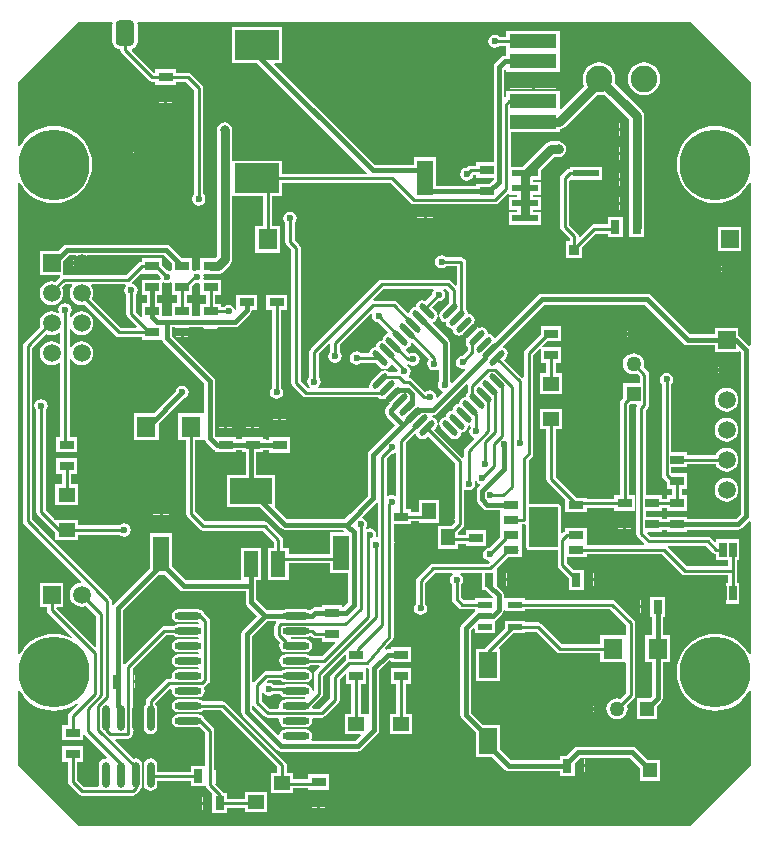
<source format=gtl>
G04 Layer_Physical_Order=1*
G04 Layer_Color=255*
%FSLAX25Y25*%
%MOIN*%
G70*
G01*
G75*
%ADD10R,0.05118X0.02756*%
%ADD11R,0.06300X0.07100*%
%ADD12R,0.04724X0.03150*%
%ADD13R,0.03150X0.04724*%
%ADD14O,0.02362X0.08661*%
%ADD15R,0.05512X0.04724*%
G04:AMPARAMS|DCode=16|XSize=62.99mil|YSize=86.22mil|CornerRadius=15.75mil|HoleSize=0mil|Usage=FLASHONLY|Rotation=0.000|XOffset=0mil|YOffset=0mil|HoleType=Round|Shape=RoundedRectangle|*
%AMROUNDEDRECTD16*
21,1,0.06299,0.05472,0,0,0.0*
21,1,0.03150,0.08622,0,0,0.0*
1,1,0.03150,0.01575,-0.02736*
1,1,0.03150,-0.01575,-0.02736*
1,1,0.03150,-0.01575,0.02736*
1,1,0.03150,0.01575,0.02736*
%
%ADD16ROUNDEDRECTD16*%
%ADD17R,0.05512X0.04724*%
G04:AMPARAMS|DCode=18|XSize=21.65mil|YSize=64.96mil|CornerRadius=0mil|HoleSize=0mil|Usage=FLASHONLY|Rotation=135.000|XOffset=0mil|YOffset=0mil|HoleType=Round|Shape=Round|*
%AMOVALD18*
21,1,0.04331,0.02165,0.00000,0.00000,225.0*
1,1,0.02165,0.01531,0.01531*
1,1,0.02165,-0.01531,-0.01531*
%
%ADD18OVALD18*%

G04:AMPARAMS|DCode=19|XSize=21.65mil|YSize=64.96mil|CornerRadius=0mil|HoleSize=0mil|Usage=FLASHONLY|Rotation=45.000|XOffset=0mil|YOffset=0mil|HoleType=Round|Shape=Round|*
%AMOVALD19*
21,1,0.04331,0.02165,0.00000,0.00000,135.0*
1,1,0.02165,0.01531,-0.01531*
1,1,0.02165,-0.01531,0.01531*
%
%ADD19OVALD19*%

%ADD20O,0.09055X0.02362*%
%ADD21R,0.04724X0.05512*%
%ADD22R,0.06299X0.08661*%
%ADD23R,0.05512X0.11811*%
%ADD24R,0.14173X0.08661*%
%ADD25R,0.04800X0.08800*%
%ADD26R,0.08661X0.02362*%
%ADD27R,0.03543X0.03740*%
%ADD28R,0.02500X0.05000*%
%ADD29R,0.14567X0.09842*%
%ADD30R,0.15748X0.05158*%
%ADD31R,0.39370X0.33465*%
%ADD32R,0.04724X0.02165*%
%ADD33C,0.01500*%
%ADD34C,0.01000*%
%ADD35C,0.03150*%
%ADD36C,0.04756*%
%ADD37R,0.04756X0.04756*%
%ADD38C,0.08858*%
%ADD39C,0.05905*%
%ADD40R,0.05905X0.05905*%
%ADD41R,0.05905X0.05905*%
%ADD42C,0.04992*%
%ADD43R,0.04992X0.04992*%
%ADD44R,0.04992X0.04992*%
%ADD45C,0.23622*%
%ADD46C,0.02362*%
%ADD47C,0.03150*%
G36*
X120567Y56438D02*
X120716Y56257D01*
Y41365D01*
X120256Y41268D01*
Y41268D01*
X118029D01*
Y51382D01*
X119862D01*
Y56357D01*
X119939Y56490D01*
X120302Y56626D01*
X120567Y56438D01*
D02*
G37*
G36*
X225738Y164738D02*
X225738Y164738D01*
X226317Y164351D01*
X227000Y164216D01*
X236047D01*
Y162047D01*
X243953D01*
Y162047D01*
X244290Y162187D01*
X244716Y161761D01*
Y107839D01*
X243118Y106241D01*
X226862D01*
Y107032D01*
X220138D01*
Y106241D01*
X218362D01*
Y107032D01*
X213029D01*
Y108968D01*
X218362D01*
Y110014D01*
X220138D01*
Y108968D01*
X226862D01*
Y114118D01*
X225029D01*
Y116382D01*
X226862D01*
Y121532D01*
X221631D01*
X221529Y121634D01*
Y123468D01*
X226862D01*
Y124514D01*
X233027D01*
X233243Y124471D01*
X236355D01*
X236547Y124007D01*
X237181Y123181D01*
X238007Y122547D01*
X238968Y122149D01*
X240000Y122013D01*
X241032Y122149D01*
X241993Y122547D01*
X242819Y123181D01*
X243453Y124007D01*
X243851Y124968D01*
X243987Y126000D01*
X243851Y127032D01*
X243453Y127993D01*
X242819Y128819D01*
X241993Y129453D01*
X241032Y129851D01*
X240000Y129987D01*
X238968Y129851D01*
X238007Y129453D01*
X237181Y128819D01*
X236547Y127993D01*
X236355Y127529D01*
X233416D01*
X233200Y127572D01*
X226862D01*
Y128618D01*
X221529D01*
Y151206D01*
X221572Y151234D01*
X222055Y151956D01*
X222224Y152807D01*
X222055Y153658D01*
X221572Y154379D01*
X220851Y154861D01*
X220000Y155031D01*
X219149Y154861D01*
X218427Y154379D01*
X217945Y153658D01*
X217776Y152807D01*
X217945Y151956D01*
X218427Y151234D01*
X218471Y151206D01*
Y121000D01*
X218587Y120415D01*
X218919Y119919D01*
X220138Y118699D01*
Y116382D01*
X221971D01*
Y114118D01*
X220138D01*
Y113072D01*
X218362D01*
Y114118D01*
X213029D01*
Y142666D01*
X213681Y143319D01*
X214013Y143815D01*
X214129Y144400D01*
Y154400D01*
X214013Y154985D01*
X213681Y155481D01*
X212309Y156854D01*
X212406Y157087D01*
X212526Y158000D01*
X212406Y158913D01*
X212054Y159763D01*
X211493Y160493D01*
X210763Y161054D01*
X209913Y161406D01*
X209000Y161526D01*
X208087Y161406D01*
X207237Y161054D01*
X206507Y160493D01*
X205946Y159763D01*
X205594Y158913D01*
X205474Y158000D01*
X205594Y157087D01*
X205946Y156237D01*
X206507Y155507D01*
X207237Y154946D01*
X208087Y154594D01*
X209000Y154474D01*
X209913Y154594D01*
X210146Y154691D01*
X211071Y153767D01*
Y151496D01*
X205504D01*
Y146667D01*
X204919Y146081D01*
X204587Y145585D01*
X204471Y145000D01*
Y114118D01*
X202638D01*
Y113029D01*
X193386D01*
Y113378D01*
X189785D01*
X183029Y120133D01*
Y136232D01*
X185256D01*
Y142956D01*
X177744D01*
Y136232D01*
X179971D01*
Y119500D01*
X180087Y118915D01*
X180419Y118419D01*
X186268Y112569D01*
Y108622D01*
X193386D01*
Y109971D01*
X202638D01*
Y108968D01*
X209362D01*
Y114118D01*
X207529D01*
Y144367D01*
X207667Y144504D01*
X209899D01*
X210166Y144004D01*
X210087Y143885D01*
X209971Y143300D01*
Y101300D01*
X210087Y100715D01*
X210419Y100219D01*
X212608Y98029D01*
X212401Y97529D01*
X193386D01*
Y98378D01*
X193386D01*
Y98622D01*
X193386D01*
Y103378D01*
X186268D01*
Y102424D01*
X186215Y102413D01*
X185719Y102081D01*
X185207Y101570D01*
X184745Y101761D01*
Y110194D01*
X184667Y110584D01*
X184446Y110915D01*
X184116Y111136D01*
X183725Y111214D01*
X174276D01*
X174029Y111416D01*
Y125866D01*
X175081Y126919D01*
X175413Y127415D01*
X175529Y128000D01*
Y160866D01*
X177676Y163013D01*
X178138Y162822D01*
Y158382D01*
X179971D01*
Y154768D01*
X177744D01*
Y148044D01*
X185256D01*
Y154768D01*
X183029D01*
Y158382D01*
X184862D01*
Y163532D01*
X178848D01*
X178657Y163994D01*
X180131Y165468D01*
X184862D01*
Y170618D01*
X178138D01*
Y167801D01*
X172919Y162581D01*
X172587Y162085D01*
X172471Y161500D01*
Y153477D01*
X172408Y153429D01*
X171971Y153292D01*
X165928Y159335D01*
X166520Y159927D01*
X166980Y160616D01*
X167142Y161429D01*
X166980Y162241D01*
X166520Y162930D01*
X165831Y163391D01*
X165586Y163439D01*
X165441Y163918D01*
X179239Y177716D01*
X212761D01*
X225738Y164738D01*
D02*
G37*
G36*
X183725Y96807D02*
X174276D01*
Y110194D01*
X183725D01*
Y96807D01*
D02*
G37*
G36*
X66438Y132038D02*
X68738Y129738D01*
X69317Y129351D01*
X69638Y129288D01*
Y128425D01*
X76362D01*
Y129216D01*
X78638D01*
Y128425D01*
X79716D01*
Y121031D01*
X73413D01*
Y110371D01*
X84307D01*
X91539Y103138D01*
X91539Y103138D01*
X92118Y102752D01*
X92801Y102616D01*
X92801Y102616D01*
X112204D01*
X112366Y102406D01*
X112121Y101906D01*
X107744D01*
Y94529D01*
X94000D01*
Y96700D01*
X92129D01*
Y99300D01*
X92013Y99885D01*
X91681Y100381D01*
X87081Y104981D01*
X86585Y105313D01*
X86000Y105429D01*
X66184D01*
X62979Y108633D01*
Y132450D01*
X65600D01*
Y132462D01*
X65797Y132529D01*
X66100Y132545D01*
X66438Y132038D01*
D02*
G37*
G36*
X136538Y134532D02*
X136610Y134169D01*
X137070Y133480D01*
X137759Y133020D01*
X138572Y132858D01*
X139384Y133020D01*
X140073Y133480D01*
X140465Y133872D01*
X149471Y124866D01*
Y111826D01*
X149315Y111390D01*
X148971Y111390D01*
X147650D01*
Y108831D01*
Y106272D01*
X149315D01*
X149471Y105836D01*
Y105133D01*
X148262Y103925D01*
X143787D01*
Y96413D01*
X150512D01*
Y97971D01*
X153138D01*
Y97339D01*
X159862D01*
Y102489D01*
X153138D01*
Y101029D01*
X150512D01*
Y101849D01*
X152081Y103419D01*
X152413Y103915D01*
X152529Y104500D01*
Y115829D01*
X152970Y116065D01*
X153149Y115945D01*
X154000Y115776D01*
X154851Y115945D01*
X155572Y116428D01*
X156054Y117149D01*
X156224Y118000D01*
X156054Y118851D01*
X156475Y119105D01*
X156928Y118428D01*
X157611Y117971D01*
X157688Y117868D01*
X157811Y117464D01*
X157209Y116862D01*
X156822Y116283D01*
X156686Y115600D01*
Y112800D01*
X156822Y112117D01*
X157209Y111538D01*
X159009Y109738D01*
X159009Y109738D01*
X159588Y109352D01*
X160270Y109216D01*
X164614D01*
Y108622D01*
X164614D01*
Y108378D01*
X164614D01*
Y103878D01*
X164614Y103622D01*
X164614Y103122D01*
Y100277D01*
X161051Y96714D01*
X161000Y96724D01*
X160149Y96554D01*
X159427Y96073D01*
X158946Y95351D01*
X158776Y94500D01*
X158946Y93649D01*
X159427Y92927D01*
X160149Y92445D01*
X160922Y92292D01*
X161178Y91840D01*
X160667Y91329D01*
X142300D01*
X141715Y91213D01*
X141219Y90881D01*
X136919Y86581D01*
X136587Y86085D01*
X136471Y85500D01*
Y78101D01*
X136427Y78073D01*
X135945Y77351D01*
X135776Y76500D01*
X135945Y75649D01*
X136427Y74928D01*
X137149Y74445D01*
X138000Y74276D01*
X138851Y74445D01*
X139573Y74928D01*
X140055Y75649D01*
X140224Y76500D01*
X140055Y77351D01*
X139573Y78073D01*
X139529Y78101D01*
Y84866D01*
X142933Y88271D01*
X148572D01*
X148724Y87771D01*
X148427Y87572D01*
X147945Y86851D01*
X147776Y86000D01*
X147945Y85149D01*
X148427Y84427D01*
X148471Y84399D01*
Y79500D01*
X148587Y78915D01*
X148919Y78419D01*
X150678Y76659D01*
X151174Y76327D01*
X151760Y76211D01*
X156020D01*
Y75383D01*
X155838Y75262D01*
X155838Y75262D01*
X151738Y71162D01*
X151351Y70583D01*
X151216Y69900D01*
Y41000D01*
X151351Y40317D01*
X151738Y39738D01*
X156350Y35126D01*
Y27071D01*
X161906D01*
X166238Y22738D01*
X166238Y22738D01*
X166817Y22352D01*
X167500Y22216D01*
X184382D01*
Y20638D01*
X189532D01*
Y25009D01*
X191239Y26716D01*
X207761D01*
X211122Y23355D01*
Y19059D01*
X217878D01*
Y25815D01*
X213708D01*
X209762Y29762D01*
X209183Y30149D01*
X208500Y30284D01*
X190500D01*
X190500Y30284D01*
X189817Y30149D01*
X189238Y29762D01*
X186839Y27362D01*
X184382D01*
Y25784D01*
X168239D01*
X164650Y29374D01*
Y37732D01*
X158791D01*
X154784Y41739D01*
Y69161D01*
X155558Y69934D01*
X156020Y69743D01*
Y68177D01*
X162744D01*
Y72392D01*
X163262Y72738D01*
X165262Y74738D01*
X165262Y74738D01*
X165648Y75317D01*
X165756Y75858D01*
X166256Y75809D01*
Y75657D01*
X172980D01*
Y76211D01*
X201126D01*
X206471Y70867D01*
Y67959D01*
X206250Y67550D01*
X205971Y67550D01*
X197950D01*
Y64529D01*
X185134D01*
X178322Y71341D01*
X177825Y71673D01*
X177240Y71789D01*
X172980D01*
Y72342D01*
X166256D01*
Y69919D01*
X159419Y63081D01*
X159317Y62929D01*
X156350D01*
Y52268D01*
X164650D01*
Y62929D01*
X164245D01*
X164054Y63391D01*
X168840Y68177D01*
X172980D01*
Y68730D01*
X176607D01*
X183419Y61919D01*
X183915Y61587D01*
X184500Y61471D01*
X197950D01*
Y58450D01*
X205971D01*
X206250Y58450D01*
X206471Y58041D01*
Y48134D01*
X204646Y46309D01*
X204413Y46406D01*
X203500Y46526D01*
X202587Y46406D01*
X201737Y46054D01*
X201007Y45493D01*
X200446Y44763D01*
X200094Y43913D01*
X199974Y43000D01*
X200094Y42087D01*
X200446Y41237D01*
X201007Y40507D01*
X201737Y39946D01*
X202587Y39594D01*
X203500Y39474D01*
X204413Y39594D01*
X205263Y39946D01*
X205993Y40507D01*
X206554Y41237D01*
X206906Y42087D01*
X207026Y43000D01*
X206906Y43913D01*
X206809Y44146D01*
X209081Y46419D01*
X209413Y46915D01*
X209529Y47500D01*
Y71500D01*
X209413Y72085D01*
X209081Y72581D01*
X202841Y78822D01*
X202345Y79153D01*
X201760Y79270D01*
X172980D01*
Y79823D01*
X166284D01*
X166256Y79823D01*
X165784Y79891D01*
Y81000D01*
X165648Y81683D01*
X165262Y82262D01*
X163532Y83991D01*
Y89362D01*
X163532D01*
X163383Y89721D01*
X167285Y93622D01*
X171732D01*
Y98378D01*
X171732D01*
Y98622D01*
X171732D01*
Y103122D01*
X171732Y103378D01*
X171732Y103878D01*
Y104471D01*
X172500D01*
X172756Y104522D01*
X173256Y104146D01*
Y96807D01*
X173334Y96417D01*
X173555Y96086D01*
X173885Y95865D01*
X174276Y95788D01*
X183671D01*
Y90957D01*
X183787Y90372D01*
X184119Y89876D01*
X187382Y86612D01*
Y82638D01*
X192532D01*
Y89362D01*
X188958D01*
X186729Y91590D01*
Y93622D01*
X193386D01*
Y94471D01*
X218367D01*
X224919Y87919D01*
X225415Y87587D01*
X226000Y87471D01*
X240471Y87471D01*
Y85000D01*
X239750D01*
Y83803D01*
X239297D01*
Y81500D01*
Y79197D01*
X239750D01*
Y78000D01*
X244250D01*
Y85000D01*
X243529D01*
Y92500D01*
X244250D01*
Y99500D01*
X236547D01*
Y98869D01*
X236085Y98678D01*
X234881Y99881D01*
X234385Y100213D01*
X233800Y100329D01*
X214633D01*
X213543Y101420D01*
X213734Y101882D01*
X218362D01*
Y102673D01*
X220138D01*
Y101882D01*
X226862D01*
Y102673D01*
X243857D01*
X244540Y102808D01*
X245119Y103195D01*
X247529Y105606D01*
X248029Y105399D01*
Y61324D01*
X247529Y61183D01*
X246617Y62672D01*
X245307Y64205D01*
X243774Y65515D01*
X242055Y66568D01*
X240192Y67340D01*
X238231Y67811D01*
X236221Y67969D01*
X234210Y67811D01*
X232249Y67340D01*
X230386Y66568D01*
X228667Y65515D01*
X227134Y64205D01*
X225824Y62672D01*
X224770Y60952D01*
X223999Y59089D01*
X223528Y57129D01*
X223370Y55118D01*
X223528Y53108D01*
X223999Y51147D01*
X224770Y49284D01*
X225824Y47565D01*
X227134Y46031D01*
X228667Y44722D01*
X230386Y43668D01*
X232249Y42897D01*
X234210Y42426D01*
X236221Y42268D01*
X238231Y42426D01*
X240192Y42897D01*
X242055Y43668D01*
X243774Y44722D01*
X245307Y46031D01*
X246617Y47565D01*
X247529Y49053D01*
X248029Y48912D01*
Y24145D01*
X227855Y3971D01*
X24145D01*
X3971Y24145D01*
Y48861D01*
X4471Y49002D01*
X5352Y47565D01*
X6661Y46031D01*
X8195Y44722D01*
X9914Y43668D01*
X11777Y42897D01*
X13738Y42426D01*
X15748Y42268D01*
X17758Y42426D01*
X19719Y42897D01*
X21582Y43668D01*
X23301Y44722D01*
X23647Y45017D01*
X23986Y44649D01*
X20919Y41581D01*
X20587Y41085D01*
X20471Y40500D01*
Y37618D01*
X18638D01*
Y32468D01*
X25362D01*
Y34352D01*
X25862Y34503D01*
X25919Y34419D01*
X33503Y26834D01*
X33256Y26374D01*
X33000Y26425D01*
X32149Y26255D01*
X31427Y25773D01*
X30945Y25052D01*
X30776Y24201D01*
Y17902D01*
X30850Y17529D01*
X30440Y17029D01*
X25833D01*
X23529Y19333D01*
Y25382D01*
X25362D01*
Y30532D01*
X18638D01*
Y25382D01*
X20471D01*
Y18700D01*
X20587Y18115D01*
X20919Y17619D01*
X24119Y14419D01*
X24615Y14087D01*
X25200Y13971D01*
X42000D01*
X42585Y14087D01*
X43081Y14419D01*
X44081Y15419D01*
X44413Y15915D01*
X44484Y16270D01*
X44572Y16329D01*
X45055Y17051D01*
X45224Y17902D01*
Y24201D01*
X45055Y25052D01*
X44572Y25773D01*
X43851Y26255D01*
X43000Y26425D01*
X42365Y26298D01*
X36154Y32509D01*
X36346Y32971D01*
X40500D01*
X41085Y33087D01*
X41581Y33419D01*
X41913Y33915D01*
X42029Y34500D01*
Y35663D01*
X42500Y35914D01*
Y39949D01*
Y43984D01*
X42029Y44235D01*
Y56366D01*
X53133Y67471D01*
X55639D01*
X55668Y67427D01*
X56389Y66945D01*
X57240Y66776D01*
X63933D01*
X63936Y66777D01*
X64273Y66500D01*
X63936Y66223D01*
X63933Y66224D01*
X57240D01*
X56389Y66054D01*
X55668Y65573D01*
X55186Y64851D01*
X55016Y64000D01*
X55186Y63149D01*
X55668Y62428D01*
X56389Y61945D01*
X57240Y61776D01*
X63933D01*
X63936Y61777D01*
X64273Y61500D01*
X63936Y61223D01*
X63933Y61224D01*
X57240D01*
X56389Y61054D01*
X55668Y60572D01*
X55186Y59851D01*
X55016Y59000D01*
X55186Y58149D01*
X55668Y57428D01*
X56389Y56946D01*
X57240Y56776D01*
X63933D01*
X63936Y56777D01*
X64273Y56500D01*
X63936Y56223D01*
X63933Y56224D01*
X57240D01*
X56389Y56055D01*
X55668Y55572D01*
X55186Y54851D01*
X55016Y54000D01*
X55110Y53529D01*
X54710Y53029D01*
X54000D01*
X53415Y52913D01*
X52919Y52581D01*
X46919Y46581D01*
X46587Y46085D01*
X46471Y45500D01*
Y44700D01*
X46428Y44671D01*
X45945Y43949D01*
X45776Y43098D01*
Y36799D01*
X45945Y35948D01*
X46428Y35227D01*
X47149Y34745D01*
X48000Y34575D01*
X48851Y34745D01*
X49573Y35227D01*
X50055Y35948D01*
X50224Y36799D01*
Y43098D01*
X50055Y43949D01*
X49573Y44671D01*
X49783Y45120D01*
X54320Y49657D01*
X54667Y49639D01*
X55047Y49152D01*
X55016Y49000D01*
X55186Y48149D01*
X55668Y47427D01*
X56389Y46945D01*
X57240Y46776D01*
X63933D01*
X64784Y46945D01*
X65506Y47427D01*
X65988Y48149D01*
X66157Y49000D01*
X65988Y49851D01*
X65816Y50108D01*
X66281Y50419D01*
X67381Y51519D01*
X67713Y52015D01*
X67829Y52600D01*
Y72200D01*
X67713Y72785D01*
X67381Y73281D01*
X66031Y74632D01*
X65988Y74851D01*
X65506Y75573D01*
X64784Y76055D01*
X63933Y76224D01*
X57240D01*
X56389Y76055D01*
X55668Y75573D01*
X55186Y74851D01*
X55016Y74000D01*
X55186Y73149D01*
X55668Y72427D01*
X56389Y71946D01*
X57240Y71776D01*
X63933D01*
X63940Y71777D01*
X64272Y71499D01*
X63933Y71224D01*
X57240D01*
X56389Y71055D01*
X55668Y70573D01*
X55639Y70529D01*
X52500D01*
X51915Y70413D01*
X51419Y70081D01*
X39419Y58081D01*
X39284Y57881D01*
X38784Y58032D01*
Y75761D01*
X50669Y87646D01*
X52831D01*
X57738Y82738D01*
X57738Y82738D01*
X58317Y82351D01*
X59000Y82216D01*
X79716D01*
Y78500D01*
X79852Y77817D01*
X80238Y77238D01*
X83477Y74000D01*
X78738Y69262D01*
X78351Y68683D01*
X78216Y68000D01*
Y42000D01*
X78351Y41317D01*
X78738Y40738D01*
X90238Y29238D01*
X90238Y29238D01*
X90817Y28852D01*
X91500Y28716D01*
X91500Y28716D01*
X113836D01*
X113941Y28259D01*
X113941Y28216D01*
Y26594D01*
X116500D01*
X119059D01*
Y28259D01*
X117297D01*
X117248Y28759D01*
X117712Y28852D01*
X118291Y29238D01*
X123762Y34709D01*
X123762Y34709D01*
X124148Y35288D01*
X124284Y35970D01*
Y55761D01*
X127638Y59115D01*
X128138Y58911D01*
Y58468D01*
X134862D01*
Y63618D01*
X128138D01*
Y62827D01*
X127043D01*
X126564Y62732D01*
X126299Y63189D01*
X128652Y65884D01*
X128775Y66099D01*
X128913Y66305D01*
X128923Y66356D01*
X128949Y66402D01*
X128981Y66647D01*
X129029Y66890D01*
Y98162D01*
X129335Y98536D01*
X129529Y98536D01*
X131000D01*
Y99914D01*
Y101292D01*
X129529D01*
X129335Y101292D01*
X129029Y101666D01*
Y104425D01*
X134862D01*
Y105471D01*
X137488D01*
Y105075D01*
X144213D01*
Y112587D01*
X137488D01*
Y108529D01*
X134862D01*
Y109575D01*
X133029D01*
Y131731D01*
X135995Y134697D01*
X136538Y134532D01*
D02*
G37*
G36*
X235519Y94919D02*
X236015Y94587D01*
X236547Y94481D01*
Y92500D01*
X240471D01*
Y90529D01*
X226634Y90529D01*
X220392Y96771D01*
X220599Y97271D01*
X233167D01*
X235519Y94919D01*
D02*
G37*
G36*
X85927Y47927D02*
X86649Y47445D01*
X87500Y47276D01*
X88351Y47445D01*
X89073Y47927D01*
X89101Y47971D01*
X91081D01*
X91304Y47636D01*
X91456Y47484D01*
X91494Y47427D01*
X92216Y46945D01*
X93067Y46776D01*
X99492D01*
X99627Y46630D01*
X99741Y46276D01*
X99690Y46224D01*
X93067D01*
X92216Y46055D01*
X91494Y45573D01*
X91012Y44851D01*
X90843Y44000D01*
X90937Y43529D01*
X90537Y43029D01*
X87634D01*
X85029Y45634D01*
Y48373D01*
X85529Y48523D01*
X85927Y47927D01*
D02*
G37*
G36*
X113138Y60822D02*
Y59394D01*
X113119Y59381D01*
X108419Y54681D01*
X108087Y54185D01*
X107971Y53600D01*
Y46633D01*
X104367Y43029D01*
X102290D01*
X101890Y43529D01*
X101939Y43776D01*
X105122Y46959D01*
X105454Y47455D01*
X105570Y48041D01*
Y53907D01*
X112676Y61013D01*
X113138Y60822D01*
D02*
G37*
G36*
X140862Y159475D02*
X140445Y158851D01*
X140276Y158000D01*
X140445Y157149D01*
X140928Y156428D01*
X141649Y155946D01*
X142500Y155776D01*
X143351Y155946D01*
X143716Y156189D01*
X144216Y155922D01*
Y152255D01*
X143946Y151851D01*
X143776Y151000D01*
X143946Y150149D01*
X144428Y149427D01*
X145149Y148945D01*
X145274Y148921D01*
X145419Y148442D01*
X143673Y146697D01*
X143212Y146943D01*
X143224Y147000D01*
X143054Y147851D01*
X142572Y148573D01*
X141851Y149055D01*
X141000Y149224D01*
X140149Y149055D01*
X139525Y148638D01*
X135081Y153081D01*
X134585Y153413D01*
X134290Y153472D01*
X134202Y153656D01*
X134130Y154013D01*
X134555Y154649D01*
X134724Y155500D01*
X134555Y156351D01*
X134072Y157072D01*
X133511Y157447D01*
X133674Y157940D01*
X133928Y157928D01*
X134649Y157446D01*
X135500Y157276D01*
X136351Y157446D01*
X137073Y157928D01*
X137555Y158649D01*
X137724Y159500D01*
X137555Y160351D01*
X137073Y161073D01*
X136351Y161555D01*
X135500Y161724D01*
X134649Y161555D01*
X134216Y161265D01*
X133011Y162471D01*
X133175Y163014D01*
X133538Y163086D01*
X134227Y163546D01*
X134687Y164235D01*
X134775Y164677D01*
X134835Y164836D01*
X135327Y165010D01*
X140862Y159475D01*
D02*
G37*
G36*
X123752Y111541D02*
Y100461D01*
X123387Y100158D01*
X123136Y100557D01*
X123224Y101000D01*
X123055Y101851D01*
X122573Y102573D01*
X121851Y103054D01*
X121000Y103224D01*
X120275Y103080D01*
X119981Y103410D01*
X119945Y103485D01*
X120054Y103649D01*
X120224Y104500D01*
X120054Y105351D01*
X119572Y106072D01*
X118851Y106554D01*
X118726Y106579D01*
X118581Y107058D01*
X123252Y111728D01*
X123752Y111541D01*
D02*
G37*
G36*
X45138Y187968D02*
Y187968D01*
X50369D01*
X51286Y187051D01*
X51276Y187000D01*
X51369Y186532D01*
X50968Y186032D01*
X45138D01*
Y180882D01*
X46716D01*
Y178118D01*
X45138D01*
Y173678D01*
X44676Y173487D01*
X43029Y175134D01*
Y180899D01*
X43073Y180928D01*
X43555Y181649D01*
X43724Y182500D01*
X43555Y183351D01*
X43073Y184072D01*
X42351Y184555D01*
X41959Y184632D01*
X41795Y185175D01*
X44749Y188129D01*
X45138Y187968D01*
D02*
G37*
G36*
X248029Y251855D02*
Y230615D01*
X247529Y230474D01*
X246617Y231963D01*
X245307Y233496D01*
X243774Y234806D01*
X242055Y235859D01*
X240192Y236631D01*
X238231Y237102D01*
X236221Y237260D01*
X234210Y237102D01*
X232249Y236631D01*
X230386Y235859D01*
X228667Y234806D01*
X227134Y233496D01*
X225824Y231963D01*
X224770Y230243D01*
X223999Y228380D01*
X223528Y226420D01*
X223370Y224409D01*
X223528Y222399D01*
X223999Y220438D01*
X224770Y218575D01*
X225824Y216856D01*
X227134Y215323D01*
X228667Y214013D01*
X230386Y212959D01*
X232249Y212188D01*
X234210Y211717D01*
X236221Y211559D01*
X238231Y211717D01*
X240192Y212188D01*
X242055Y212959D01*
X243774Y214013D01*
X245307Y215323D01*
X246617Y216856D01*
X247529Y218345D01*
X248029Y218204D01*
Y164201D01*
X247529Y163994D01*
X244262Y167262D01*
X243953Y167468D01*
Y169953D01*
X236047D01*
Y167784D01*
X227739D01*
X214762Y180762D01*
X214183Y181149D01*
X213500Y181284D01*
X178500D01*
X177817Y181149D01*
X177238Y180762D01*
X177238Y180762D01*
X163008Y166532D01*
X162600Y166655D01*
X162502Y166732D01*
X162066Y167385D01*
X161377Y167845D01*
X160935Y167933D01*
X160536Y168082D01*
X160387Y168481D01*
X160299Y168923D01*
X159838Y169612D01*
X159150Y170072D01*
X158337Y170233D01*
X157524Y170072D01*
X157462Y170030D01*
X157012Y170331D01*
X157013Y170337D01*
X156981Y170501D01*
X154932Y168452D01*
X152884Y166404D01*
X153048Y166372D01*
X153054Y166373D01*
X153355Y165923D01*
X153313Y165860D01*
X153151Y165048D01*
X153313Y164235D01*
X153773Y163546D01*
X153791Y163534D01*
Y162454D01*
X152051Y160714D01*
X152000Y160724D01*
X151149Y160555D01*
X150427Y160073D01*
X149945Y159351D01*
X149776Y158500D01*
X149945Y157649D01*
X150427Y156928D01*
X151149Y156446D01*
X152000Y156276D01*
X152681Y156412D01*
X152927Y155951D01*
X148558Y151581D01*
X148079Y151726D01*
X148055Y151851D01*
X147784Y152255D01*
Y165000D01*
X147784Y165000D01*
X147649Y165683D01*
X147262Y166262D01*
X142056Y171467D01*
X142201Y171946D01*
X142446Y171994D01*
X143135Y172455D01*
X143596Y173143D01*
X143757Y173956D01*
X143596Y174769D01*
X143135Y175458D01*
X141878Y176715D01*
X143949Y178786D01*
X144000Y178776D01*
X144851Y178946D01*
X145572Y179428D01*
X146054Y180149D01*
X146224Y181000D01*
X146054Y181851D01*
X145641Y182471D01*
X145808Y182971D01*
X146367D01*
X147471Y181867D01*
Y178063D01*
X144865Y175458D01*
X144404Y174769D01*
X144243Y173956D01*
X144404Y173143D01*
X144865Y172455D01*
X145554Y171994D01*
X146366Y171833D01*
X146470Y171729D01*
X146631Y170916D01*
X147092Y170228D01*
X147781Y169767D01*
X148593Y169606D01*
X148771Y169131D01*
X148859Y168689D01*
X149319Y168000D01*
X150008Y167540D01*
X150821Y167378D01*
X151633Y167540D01*
X151696Y167582D01*
X152146Y167281D01*
X152144Y167275D01*
X152177Y167111D01*
X154225Y169159D01*
X156273Y171208D01*
X156110Y171240D01*
X156104Y171239D01*
X155803Y171689D01*
X155845Y171751D01*
X156006Y172564D01*
X155845Y173377D01*
X155384Y174066D01*
X154695Y174526D01*
X153883Y174688D01*
X153705Y175162D01*
X153617Y175604D01*
X153157Y176293D01*
X153139Y176305D01*
Y191890D01*
X153023Y192476D01*
X152691Y192972D01*
X152581Y193081D01*
X152085Y193413D01*
X151500Y193529D01*
X146601D01*
X146572Y193572D01*
X145851Y194054D01*
X145000Y194224D01*
X144149Y194054D01*
X143428Y193572D01*
X142946Y192851D01*
X142776Y192000D01*
X142946Y191149D01*
X143428Y190427D01*
X144149Y189945D01*
X145000Y189776D01*
X145851Y189945D01*
X146572Y190427D01*
X146601Y190471D01*
X150080D01*
Y184236D01*
X149618Y184045D01*
X148081Y185581D01*
X147585Y185913D01*
X147000Y186029D01*
X125000D01*
X124415Y185913D01*
X123919Y185581D01*
X101419Y163081D01*
X101087Y162585D01*
X100971Y162000D01*
Y153601D01*
X100927Y153572D01*
X100445Y152851D01*
X100276Y152000D01*
X100445Y151149D01*
X100927Y150427D01*
X101074Y150329D01*
X100923Y149829D01*
X100333D01*
X98029Y152134D01*
Y196500D01*
X97913Y197085D01*
X97581Y197581D01*
X96029Y199134D01*
Y204899D01*
X96073Y204927D01*
X96554Y205649D01*
X96724Y206500D01*
X96554Y207351D01*
X96073Y208072D01*
X95351Y208555D01*
X94500Y208724D01*
X93649Y208555D01*
X92927Y208072D01*
X92445Y207351D01*
X92276Y206500D01*
X92445Y205649D01*
X92927Y204927D01*
X92971Y204899D01*
Y198500D01*
X93087Y197915D01*
X93419Y197419D01*
X94971Y195867D01*
Y151500D01*
X95087Y150915D01*
X95419Y150419D01*
X98619Y147219D01*
X99115Y146887D01*
X99700Y146771D01*
X123816D01*
X124396Y146383D01*
X125209Y146221D01*
X126022Y146383D01*
X126084Y146424D01*
X126534Y146124D01*
X126533Y146117D01*
X126565Y145954D01*
X128613Y148002D01*
X129321Y147295D01*
X127272Y145247D01*
X127436Y145214D01*
X127442Y145215D01*
X127745Y144768D01*
X126820Y143843D01*
X126433Y143264D01*
X126297Y142582D01*
Y141600D01*
X126433Y140917D01*
X126820Y140338D01*
X129543Y137615D01*
X120861Y128933D01*
X120474Y128354D01*
X120338Y127671D01*
Y113862D01*
X114484Y108007D01*
X114059Y108290D01*
X114059Y108648D01*
Y113398D01*
X112000D01*
Y108189D01*
X113570D01*
X113959Y108189D01*
X114241Y107765D01*
X112661Y106184D01*
X93540D01*
X89781Y109944D01*
X89587Y110371D01*
X89587D01*
X89587Y110371D01*
Y121031D01*
X83284D01*
Y128425D01*
X85362D01*
Y129216D01*
X86227D01*
X86443Y129173D01*
X87638D01*
Y128382D01*
X94362D01*
Y133532D01*
X87638D01*
Y132741D01*
X86616D01*
X86400Y132784D01*
X85362D01*
Y133575D01*
X78638D01*
Y132784D01*
X76362D01*
Y133575D01*
X69948D01*
X69484Y134039D01*
Y152300D01*
X69349Y152983D01*
X68962Y153562D01*
X68962Y153562D01*
X55284Y167239D01*
Y170216D01*
X56046D01*
X56335Y169835D01*
X56335Y169716D01*
Y168957D01*
X58500D01*
X60665D01*
Y169716D01*
X60665Y169835D01*
X60954Y170216D01*
X65650D01*
X65835Y169792D01*
X65835Y169716D01*
Y168914D01*
X68000D01*
X70165D01*
Y169716D01*
X70165Y169792D01*
X70350Y170216D01*
X76000D01*
X76683Y170352D01*
X77262Y170738D01*
X81262Y174738D01*
X81262Y174738D01*
X81648Y175317D01*
X81761Y175882D01*
X83362D01*
Y181032D01*
X76638D01*
Y175981D01*
X76138Y175932D01*
X76055Y176351D01*
X75573Y177073D01*
X74851Y177555D01*
X74000Y177724D01*
X73149Y177555D01*
X72427Y177073D01*
X72399Y177029D01*
X71362D01*
Y178075D01*
X69529D01*
Y180925D01*
X71362D01*
Y186075D01*
X66050D01*
X65639Y186575D01*
X65724Y187000D01*
X65622Y187511D01*
X66003Y188011D01*
X67833D01*
X68000Y187989D01*
X70486D01*
X70653Y188011D01*
X71362D01*
Y188162D01*
X71785Y188337D01*
X72322Y188750D01*
X74536Y190964D01*
X74949Y191501D01*
X75208Y192128D01*
X75297Y192800D01*
Y213835D01*
X85471D01*
Y204050D01*
X82900D01*
Y194950D01*
X91200D01*
Y204050D01*
X88529D01*
Y213835D01*
X91783D01*
Y218227D01*
X128010D01*
X134619Y211619D01*
X135115Y211287D01*
X135700Y211171D01*
X162800D01*
X163385Y211287D01*
X163881Y211619D01*
X166972Y214709D01*
X167434Y214517D01*
Y214319D01*
X170167D01*
Y213681D01*
X167434D01*
Y209319D01*
X170167D01*
Y208681D01*
X167434D01*
Y204319D01*
X178094D01*
Y208681D01*
X175361D01*
Y209319D01*
X178094D01*
Y213681D01*
X175361D01*
Y214319D01*
X178094D01*
Y218681D01*
X175361D01*
Y219319D01*
X178094D01*
Y222422D01*
X182576Y226903D01*
X184000D01*
X184672Y226992D01*
X185299Y227251D01*
X185836Y227664D01*
X186249Y228202D01*
X186509Y228828D01*
X186597Y229500D01*
X186509Y230172D01*
X186249Y230799D01*
X185836Y231336D01*
X185299Y231749D01*
X184672Y232009D01*
X184000Y232097D01*
X181500D01*
X180828Y232009D01*
X180201Y231749D01*
X179664Y231336D01*
X172008Y223681D01*
X168029D01*
Y235150D01*
X184374D01*
Y236151D01*
X184901Y236220D01*
X185527Y236479D01*
X186065Y236892D01*
X196790Y247618D01*
X197500Y247524D01*
X198917Y247711D01*
X199058Y247769D01*
X207446Y239381D01*
Y236000D01*
Y228000D01*
Y219500D01*
Y211500D01*
Y203500D01*
X207468Y203333D01*
Y200138D01*
X212618D01*
Y203333D01*
X212640Y203500D01*
Y211500D01*
Y219500D01*
Y228000D01*
Y236000D01*
Y240500D01*
X212551Y241172D01*
X212292Y241798D01*
X211879Y242336D01*
X211695Y242478D01*
X202731Y251442D01*
X202789Y251583D01*
X202976Y253000D01*
X202789Y254417D01*
X202242Y255738D01*
X201372Y256872D01*
X200238Y257742D01*
X198917Y258289D01*
X197500Y258476D01*
X196083Y258289D01*
X194762Y257742D01*
X193628Y256872D01*
X192758Y255738D01*
X192211Y254417D01*
X192024Y253000D01*
X192211Y251583D01*
X192562Y250735D01*
X184836Y243009D01*
X184374Y243200D01*
Y249000D01*
X166626D01*
Y246897D01*
X166484Y246801D01*
X165984Y247065D01*
Y255981D01*
X166126Y256083D01*
X166626Y255828D01*
Y255228D01*
X184374D01*
Y261921D01*
Y269079D01*
X166626D01*
Y267029D01*
X164401D01*
X164373Y267073D01*
X163651Y267555D01*
X162800Y267724D01*
X161949Y267555D01*
X161228Y267073D01*
X160746Y266351D01*
X160576Y265500D01*
X160746Y264649D01*
X161228Y263928D01*
X161949Y263445D01*
X162800Y263276D01*
X163651Y263445D01*
X164373Y263928D01*
X164401Y263971D01*
X166626D01*
Y260592D01*
X166000D01*
X165317Y260456D01*
X164738Y260069D01*
X164738Y260069D01*
X162938Y258269D01*
X162551Y257690D01*
X162416Y257007D01*
Y225118D01*
X156638D01*
Y224072D01*
X154743D01*
X154158Y223956D01*
X153662Y223624D01*
X153451Y223414D01*
X153400Y223424D01*
X152549Y223255D01*
X151828Y222773D01*
X151346Y222051D01*
X151176Y221200D01*
X151346Y220349D01*
X151828Y219627D01*
X152549Y219145D01*
X153400Y218976D01*
X154251Y219145D01*
X154973Y219627D01*
X155455Y220349D01*
X155587Y221014D01*
X156638D01*
Y219968D01*
X162416D01*
Y219439D01*
X161009Y218032D01*
X156638D01*
Y217241D01*
X143256D01*
Y226854D01*
X135744D01*
Y224284D01*
X122739D01*
X89162Y257861D01*
X89354Y258323D01*
X91783D01*
Y270165D01*
X75217D01*
Y258323D01*
X83654D01*
X120229Y221747D01*
X120038Y221285D01*
X91783D01*
Y225677D01*
X75297D01*
Y235900D01*
X75208Y236572D01*
X74949Y237198D01*
X74536Y237736D01*
X73998Y238149D01*
X73372Y238408D01*
X72700Y238497D01*
X72028Y238408D01*
X71402Y238149D01*
X70864Y237736D01*
X70451Y237198D01*
X70192Y236572D01*
X70103Y235900D01*
Y193876D01*
X69410Y193183D01*
X68000D01*
X67833Y193161D01*
X64638D01*
Y189418D01*
X64138Y189097D01*
X63500Y189224D01*
X62649Y189055D01*
X62362Y188863D01*
X61862Y189130D01*
Y193118D01*
X58448D01*
X54405Y197162D01*
X53826Y197548D01*
X53143Y197684D01*
X20200D01*
X20200Y197684D01*
X19517Y197548D01*
X18938Y197162D01*
X17229Y195453D01*
X11047D01*
Y187547D01*
X17716D01*
X17870Y187192D01*
X17884Y187047D01*
X16142Y185305D01*
X16032Y185351D01*
X15000Y185487D01*
X13968Y185351D01*
X13007Y184953D01*
X12181Y184319D01*
X11547Y183493D01*
X11149Y182532D01*
X11013Y181500D01*
X11149Y180468D01*
X11547Y179507D01*
X12181Y178681D01*
X13007Y178047D01*
X13968Y177649D01*
X15000Y177513D01*
X16032Y177649D01*
X16993Y178047D01*
X17819Y178681D01*
X18453Y179507D01*
X18851Y180468D01*
X18987Y181500D01*
X18851Y182532D01*
X18512Y183350D01*
X19634Y184471D01*
X21667D01*
X21913Y183971D01*
X21547Y183493D01*
X21149Y182532D01*
X21013Y181500D01*
X21149Y180468D01*
X21547Y179507D01*
X22181Y178681D01*
X23007Y178047D01*
X23968Y177649D01*
X25000Y177513D01*
X26032Y177649D01*
X26142Y177695D01*
X36462Y167376D01*
X36958Y167044D01*
X37543Y166928D01*
X45138D01*
Y165882D01*
X51839D01*
X51851Y165817D01*
X52238Y165238D01*
X65916Y151561D01*
Y141919D01*
X65600Y141550D01*
X57300D01*
Y132450D01*
X59921D01*
Y108000D01*
X60037Y107415D01*
X60369Y106919D01*
X64469Y102819D01*
X64965Y102487D01*
X65550Y102371D01*
X85366D01*
X89071Y98667D01*
Y96700D01*
X87200D01*
Y85900D01*
X94000D01*
Y91471D01*
X107744D01*
Y88095D01*
X113916D01*
Y78468D01*
X112362Y76914D01*
X111862Y77038D01*
Y77618D01*
X105138D01*
Y76827D01*
X102943D01*
X102260Y76692D01*
X101681Y76305D01*
X101681Y76305D01*
X101161Y75784D01*
X101015D01*
X100611Y76055D01*
X99760Y76224D01*
X93067D01*
X92216Y76055D01*
X91811Y75784D01*
X86739D01*
X83284Y79239D01*
Y84000D01*
Y85900D01*
X84900D01*
Y96700D01*
X78100D01*
Y85900D01*
X77648Y85784D01*
X59739D01*
X55256Y90267D01*
Y101456D01*
X47744D01*
Y89767D01*
X35738Y77762D01*
X35529Y77449D01*
X35029Y77601D01*
Y79000D01*
X34913Y79585D01*
X34581Y80081D01*
X8529Y106133D01*
Y163366D01*
X13150Y167988D01*
X13968Y167649D01*
X15000Y167513D01*
X16032Y167649D01*
X16993Y168047D01*
X17471Y168413D01*
X17971Y168167D01*
Y164833D01*
X17471Y164587D01*
X16993Y164953D01*
X16032Y165351D01*
X15000Y165487D01*
X13968Y165351D01*
X13007Y164953D01*
X12181Y164319D01*
X11547Y163493D01*
X11149Y162532D01*
X11013Y161500D01*
X11149Y160468D01*
X11547Y159507D01*
X12181Y158681D01*
X13007Y158047D01*
X13968Y157649D01*
X15000Y157513D01*
X16032Y157649D01*
X16993Y158047D01*
X17471Y158413D01*
X17971Y158167D01*
Y133575D01*
X16638D01*
Y128425D01*
X23362D01*
Y133575D01*
X21029D01*
Y159450D01*
X21529Y159550D01*
X21547Y159507D01*
X22181Y158681D01*
X23007Y158047D01*
X23968Y157649D01*
X25000Y157513D01*
X26032Y157649D01*
X26993Y158047D01*
X27819Y158681D01*
X28453Y159507D01*
X28851Y160468D01*
X28987Y161500D01*
X28851Y162532D01*
X28453Y163493D01*
X27819Y164319D01*
X26993Y164953D01*
X26032Y165351D01*
X25000Y165487D01*
X23968Y165351D01*
X23007Y164953D01*
X22181Y164319D01*
X21547Y163493D01*
X21529Y163450D01*
X21029Y163550D01*
Y169450D01*
X21529Y169550D01*
X21547Y169507D01*
X22181Y168681D01*
X23007Y168047D01*
X23968Y167649D01*
X25000Y167513D01*
X26032Y167649D01*
X26993Y168047D01*
X27819Y168681D01*
X28453Y169507D01*
X28851Y170468D01*
X28987Y171500D01*
X28851Y172532D01*
X28453Y173493D01*
X27819Y174319D01*
X26993Y174953D01*
X26032Y175351D01*
X25000Y175487D01*
X23968Y175351D01*
X23007Y174953D01*
X22181Y174319D01*
X21547Y173493D01*
X21529Y173450D01*
X21029Y173550D01*
Y174399D01*
X21072Y174427D01*
X21555Y175149D01*
X21724Y176000D01*
X21555Y176851D01*
X21072Y177573D01*
X20351Y178054D01*
X19500Y178224D01*
X18649Y178054D01*
X17928Y177573D01*
X17445Y176851D01*
X17276Y176000D01*
X17425Y175252D01*
X17151Y175002D01*
X17017Y174934D01*
X16993Y174953D01*
X16032Y175351D01*
X15000Y175487D01*
X13968Y175351D01*
X13007Y174953D01*
X12181Y174319D01*
X11547Y173493D01*
X11149Y172532D01*
X11013Y171500D01*
X11149Y170468D01*
X11195Y170358D01*
X5919Y165081D01*
X5587Y164585D01*
X5471Y164000D01*
Y105500D01*
X5587Y104915D01*
X5919Y104419D01*
X24864Y85473D01*
X24685Y84945D01*
X23968Y84851D01*
X23007Y84453D01*
X22181Y83819D01*
X21547Y82993D01*
X21149Y82032D01*
X21013Y81000D01*
X21149Y79968D01*
X21547Y79007D01*
X22181Y78181D01*
X23007Y77547D01*
X23968Y77149D01*
X25000Y77013D01*
X26032Y77149D01*
X26496Y77341D01*
X29971Y73866D01*
Y63846D01*
X29509Y63654D01*
X16616Y76547D01*
X16738Y77047D01*
X18953D01*
Y84953D01*
X11047D01*
Y77047D01*
X13471D01*
Y76000D01*
X13587Y75415D01*
X13919Y74919D01*
X21843Y66995D01*
X21582Y66568D01*
X19719Y67340D01*
X17758Y67811D01*
X15748Y67969D01*
X13738Y67811D01*
X11777Y67340D01*
X9914Y66568D01*
X8195Y65515D01*
X6661Y64205D01*
X5352Y62672D01*
X4471Y61234D01*
X3971Y61375D01*
Y218152D01*
X4471Y218293D01*
X5352Y216856D01*
X6661Y215323D01*
X8195Y214013D01*
X9914Y212959D01*
X11777Y212188D01*
X13738Y211717D01*
X15748Y211559D01*
X17758Y211717D01*
X19719Y212188D01*
X21582Y212959D01*
X23301Y214013D01*
X24835Y215323D01*
X26144Y216856D01*
X27198Y218575D01*
X27970Y220438D01*
X28440Y222399D01*
X28599Y224409D01*
X28440Y226420D01*
X27970Y228380D01*
X27198Y230243D01*
X26144Y231963D01*
X24835Y233496D01*
X23301Y234806D01*
X21582Y235859D01*
X19719Y236631D01*
X17758Y237102D01*
X15748Y237260D01*
X13738Y237102D01*
X11777Y236631D01*
X9914Y235859D01*
X8195Y234806D01*
X6661Y233496D01*
X5352Y231963D01*
X4471Y230526D01*
X3971Y230667D01*
Y251855D01*
X24145Y272029D01*
X35186D01*
X35464Y271613D01*
X35417Y271499D01*
X35328Y270827D01*
Y265354D01*
X35417Y264682D01*
X35676Y264056D01*
X36089Y263518D01*
X36627Y263105D01*
X37253Y262846D01*
X37925Y262757D01*
X37971D01*
Y262500D01*
X38087Y261915D01*
X38419Y261419D01*
X47376Y252462D01*
X47872Y252130D01*
X48457Y252014D01*
X49638D01*
Y250968D01*
X56362D01*
Y252014D01*
X59724D01*
X62571Y249166D01*
Y214501D01*
X62528Y214473D01*
X62046Y213751D01*
X61876Y212900D01*
X62046Y212049D01*
X62528Y211328D01*
X63249Y210845D01*
X64100Y210676D01*
X64951Y210845D01*
X65672Y211328D01*
X66154Y212049D01*
X66324Y212900D01*
X66154Y213751D01*
X65672Y214473D01*
X65629Y214501D01*
Y249843D01*
X65513Y250428D01*
X65181Y250924D01*
X61481Y254624D01*
X60985Y254956D01*
X60400Y255072D01*
X56362D01*
Y256118D01*
X49638D01*
Y255072D01*
X49090D01*
X41779Y262384D01*
X41943Y262927D01*
X42373Y263105D01*
X42911Y263518D01*
X43324Y264056D01*
X43583Y264682D01*
X43672Y265354D01*
Y270827D01*
X43583Y271499D01*
X43536Y271613D01*
X43814Y272029D01*
X227855D01*
X248029Y251855D01*
D02*
G37*
G36*
X39738Y184333D02*
X39859Y183971D01*
X39445Y183351D01*
X39276Y182500D01*
X39445Y181649D01*
X39928Y180928D01*
X39971Y180899D01*
Y174500D01*
X40087Y173915D01*
X40419Y173419D01*
X43389Y170448D01*
X43197Y169986D01*
X38177D01*
X28512Y179650D01*
X28851Y180468D01*
X28987Y181500D01*
X28851Y182532D01*
X28453Y183493D01*
X28087Y183971D01*
X28333Y184471D01*
X39638D01*
X39738Y184333D01*
D02*
G37*
G36*
X142359Y182471D02*
X141946Y181851D01*
X141776Y181000D01*
X141786Y180949D01*
X139644Y178807D01*
X139384Y178980D01*
X138572Y179142D01*
X137759Y178980D01*
X137070Y178520D01*
X136610Y177831D01*
X136522Y177389D01*
X136372Y176990D01*
X135974Y176841D01*
X135532Y176753D01*
X134843Y176293D01*
X134382Y175604D01*
X134310Y175241D01*
X133768Y175077D01*
X130263Y178581D01*
X129767Y178913D01*
X129181Y179029D01*
X122399D01*
X122192Y179529D01*
X125634Y182971D01*
X142192D01*
X142359Y182471D01*
D02*
G37*
G36*
X121877Y174507D02*
X121776Y174000D01*
X121946Y173149D01*
X122427Y172427D01*
X123149Y171946D01*
X123793Y171817D01*
X127151Y168459D01*
X126986Y167917D01*
X126623Y167845D01*
X125934Y167385D01*
X125474Y166696D01*
X125386Y166254D01*
X125237Y165855D01*
X124838Y165705D01*
X124396Y165618D01*
X123707Y165157D01*
X123247Y164468D01*
X123159Y164027D01*
X123010Y163628D01*
X122611Y163478D01*
X122169Y163391D01*
X121480Y162930D01*
X121020Y162241D01*
X120858Y161429D01*
X120857Y161427D01*
X118321D01*
X118292Y161470D01*
X117571Y161952D01*
X116720Y162121D01*
X115869Y161952D01*
X115147Y161470D01*
X114665Y160749D01*
X114496Y159898D01*
X114665Y159047D01*
X115147Y158325D01*
X115869Y157843D01*
X116720Y157674D01*
X117571Y157843D01*
X118292Y158325D01*
X118321Y158368D01*
X123039D01*
X124542Y156865D01*
X125231Y156405D01*
X126044Y156243D01*
X126857Y156405D01*
X127545Y156865D01*
X128006Y157554D01*
X128031Y157682D01*
X128510Y157827D01*
X130369Y155968D01*
X130276Y155500D01*
X130054Y155229D01*
X127405D01*
X126857Y155596D01*
X126044Y155757D01*
X125231Y155596D01*
X124542Y155135D01*
X121480Y152073D01*
X121020Y151384D01*
X120858Y150572D01*
X120929Y150216D01*
X120612Y149829D01*
X104077D01*
X103926Y150329D01*
X104072Y150427D01*
X104554Y151149D01*
X104724Y152000D01*
X104554Y152851D01*
X104072Y153572D01*
X104029Y153601D01*
Y161366D01*
X107471Y164808D01*
X107971Y164601D01*
Y162101D01*
X107928Y162073D01*
X107446Y161351D01*
X107276Y160500D01*
X107446Y159649D01*
X107928Y158928D01*
X108649Y158446D01*
X109500Y158276D01*
X110351Y158446D01*
X111073Y158928D01*
X111555Y159649D01*
X111724Y160500D01*
X111555Y161351D01*
X111073Y162073D01*
X111029Y162101D01*
Y164366D01*
X121416Y174753D01*
X121877Y174507D01*
D02*
G37*
G36*
X52649Y184945D02*
X53500Y184776D01*
X54351Y184945D01*
X54638Y185137D01*
X55138Y184870D01*
Y180882D01*
X56971D01*
Y178118D01*
X55138D01*
Y173784D01*
X51862D01*
Y178118D01*
X50284D01*
Y180882D01*
X51862D01*
Y184870D01*
X52362Y185137D01*
X52649Y184945D01*
D02*
G37*
G36*
X113138Y54422D02*
Y51382D01*
X114971D01*
Y41268D01*
X112744D01*
Y34544D01*
X117897D01*
X118088Y34082D01*
X116290Y32284D01*
X101838D01*
X101571Y32784D01*
X101814Y33149D01*
X101984Y34000D01*
X101814Y34851D01*
X101332Y35572D01*
X100611Y36055D01*
X99760Y36224D01*
X93067D01*
X92216Y36055D01*
X91494Y35572D01*
X91012Y34851D01*
X90907Y34323D01*
X90365Y34159D01*
X81784Y42739D01*
Y43968D01*
X82284Y44120D01*
X82419Y43919D01*
X85919Y40419D01*
X86415Y40087D01*
X87000Y39971D01*
X90537D01*
X90937Y39471D01*
X90843Y39000D01*
X91012Y38149D01*
X91494Y37427D01*
X92216Y36945D01*
X93067Y36776D01*
X99760D01*
X100611Y36945D01*
X101332Y37427D01*
X101814Y38149D01*
X101984Y39000D01*
X101890Y39471D01*
X102290Y39971D01*
X105000D01*
X105585Y40087D01*
X106081Y40419D01*
X110581Y44919D01*
X110913Y45415D01*
X111029Y46000D01*
Y52966D01*
X112676Y54613D01*
X113138Y54422D01*
D02*
G37*
G36*
X153730Y151000D02*
X153671Y150700D01*
Y148301D01*
X153313Y147765D01*
X153225Y147323D01*
X153076Y146924D01*
X152677Y146775D01*
X152235Y146687D01*
X151546Y146227D01*
X151086Y145538D01*
X150998Y145096D01*
X150849Y144697D01*
X150450Y144548D01*
X150008Y144460D01*
X149319Y144000D01*
X148859Y143311D01*
X148771Y142869D01*
X148593Y142395D01*
X147781Y142233D01*
X147092Y141773D01*
X146631Y141084D01*
X146470Y140271D01*
X145995Y140094D01*
X145554Y140006D01*
X144865Y139546D01*
X144404Y138857D01*
X144243Y138044D01*
X144404Y137232D01*
X144865Y136543D01*
X147927Y133480D01*
X148616Y133020D01*
X149428Y132858D01*
X150241Y133020D01*
X150930Y133480D01*
X151390Y134169D01*
X151552Y134982D01*
X152026Y135159D01*
X152468Y135247D01*
X153157Y135707D01*
X153617Y136396D01*
X153705Y136838D01*
X153883Y137313D01*
X154471Y137429D01*
X154551Y137377D01*
X154698Y136729D01*
X154446Y136351D01*
X154276Y135500D01*
X154446Y134649D01*
X154928Y133928D01*
X155605Y133475D01*
X155685Y133352D01*
X155802Y132965D01*
X152919Y130081D01*
X152587Y129585D01*
X152471Y129000D01*
Y126877D01*
X152408Y126829D01*
X151971Y126692D01*
X142628Y136035D01*
X143135Y136543D01*
X143596Y137232D01*
X143757Y138044D01*
X143596Y138857D01*
X143135Y139546D01*
X142446Y140006D01*
X142005Y140094D01*
X141780Y140178D01*
X141695Y140460D01*
X142044Y140918D01*
X142202D01*
X142885Y141054D01*
X143464Y141441D01*
X153269Y151246D01*
X153730Y151000D01*
D02*
G37*
G36*
X89911Y71754D02*
X89706Y71548D01*
X89374Y71052D01*
X89258Y70467D01*
Y67613D01*
X89374Y67027D01*
X89706Y66531D01*
X91162Y65075D01*
X91012Y64851D01*
X90843Y64000D01*
X91012Y63149D01*
X91494Y62428D01*
X92216Y61945D01*
X93067Y61776D01*
X99760D01*
X100611Y61945D01*
X101332Y62428D01*
X101814Y63149D01*
X101984Y64000D01*
X101814Y64851D01*
X101332Y65573D01*
X100611Y66054D01*
X99760Y66224D01*
X94762D01*
X94725Y66276D01*
X94982Y66776D01*
X99760D01*
X100611Y66945D01*
X101319Y67418D01*
X101862Y66876D01*
X102358Y66544D01*
X102943Y66428D01*
X105138D01*
Y65382D01*
X109405D01*
X109597Y64920D01*
X105206Y60529D01*
X101361D01*
X101332Y60572D01*
X100611Y61054D01*
X99760Y61224D01*
X93067D01*
X92216Y61054D01*
X91494Y60572D01*
X91012Y59851D01*
X90843Y59000D01*
X91012Y58149D01*
X91494Y57428D01*
X92216Y56946D01*
X93067Y56776D01*
X99760D01*
X100611Y56946D01*
X101332Y57428D01*
X101361Y57471D01*
X104154D01*
X104346Y57009D01*
X102959Y55622D01*
X102628Y55126D01*
X102511Y54541D01*
Y49083D01*
X102466Y49055D01*
X101922Y49312D01*
X101814Y49851D01*
X101332Y50573D01*
X100611Y51055D01*
X99760Y51224D01*
X93067D01*
X92216Y51055D01*
X92111Y50985D01*
X91886Y51029D01*
X89101D01*
X89073Y51073D01*
X88351Y51555D01*
X87500Y51724D01*
X86993Y51623D01*
X86747Y52084D01*
X87134Y52471D01*
X91466D01*
X91494Y52428D01*
X92216Y51946D01*
X93067Y51776D01*
X99760D01*
X100611Y51946D01*
X101332Y52428D01*
X101814Y53149D01*
X101984Y54000D01*
X101814Y54851D01*
X101332Y55572D01*
X100611Y56055D01*
X99760Y56224D01*
X93067D01*
X92216Y56055D01*
X91494Y55572D01*
X91466Y55529D01*
X86500D01*
X85915Y55413D01*
X85419Y55081D01*
X82419Y52081D01*
X82284Y51881D01*
X81784Y52032D01*
Y67261D01*
X86739Y72216D01*
X89720D01*
X89911Y71754D01*
D02*
G37*
G36*
X55138Y191382D02*
Y189130D01*
X54638Y188863D01*
X54351Y189055D01*
X53500Y189224D01*
X53449Y189214D01*
X51862Y190801D01*
Y193118D01*
X45138D01*
Y192072D01*
X45000D01*
X44415Y191956D01*
X43919Y191624D01*
X39823Y187529D01*
X19445D01*
X18998Y187546D01*
X18953Y188010D01*
Y192129D01*
X20939Y194116D01*
X23060D01*
X23230Y193616D01*
X23034Y193466D01*
X22593Y192890D01*
X22315Y192219D01*
X22286Y192000D01*
X25000D01*
X27714D01*
X27685Y192219D01*
X27407Y192890D01*
X26966Y193466D01*
X26770Y193616D01*
X26940Y194116D01*
X52404D01*
X55138Y191382D01*
D02*
G37*
G36*
X129971Y128129D02*
Y114237D01*
X129530Y114001D01*
X129331Y114134D01*
X128480Y114303D01*
X127629Y114134D01*
X127310Y113922D01*
X126810Y114189D01*
Y126447D01*
X128449Y128086D01*
X128500Y128076D01*
X129351Y128245D01*
X129530Y128365D01*
X129971Y128129D01*
D02*
G37*
G36*
X64638Y184582D02*
Y180925D01*
X66471D01*
Y178075D01*
X64638D01*
Y173784D01*
X61862D01*
Y178118D01*
X60029D01*
Y180882D01*
X61862D01*
Y183856D01*
X62901Y184895D01*
X63500Y184776D01*
X64138Y184903D01*
X64638Y184582D01*
D02*
G37*
G36*
X158382Y82638D02*
X159839D01*
X162154Y80323D01*
X162066Y79823D01*
X156020D01*
Y79270D01*
X152393D01*
X151529Y80133D01*
Y84399D01*
X151573Y84427D01*
X152055Y85149D01*
X152224Y86000D01*
X152055Y86851D01*
X151573Y87572D01*
X151276Y87771D01*
X151428Y88271D01*
X158382D01*
Y82638D01*
D02*
G37*
%LPC*%
G36*
X189327Y107181D02*
X187465D01*
Y106500D01*
X189327D01*
Y107181D01*
D02*
G37*
G36*
X192189D02*
X190327D01*
Y106500D01*
X192189D01*
Y107181D01*
D02*
G37*
G36*
X240000Y119987D02*
X238968Y119851D01*
X238007Y119453D01*
X237181Y118819D01*
X236547Y117993D01*
X236149Y117032D01*
X236013Y116000D01*
X236149Y114968D01*
X236547Y114007D01*
X237181Y113181D01*
X238007Y112547D01*
X238968Y112149D01*
X240000Y112013D01*
X241032Y112149D01*
X241993Y112547D01*
X242819Y113181D01*
X243453Y114007D01*
X243851Y114968D01*
X243987Y116000D01*
X243851Y117032D01*
X243453Y117993D01*
X242819Y118819D01*
X241993Y119453D01*
X241032Y119851D01*
X240000Y119987D01*
D02*
G37*
G36*
X205500Y103957D02*
X203835D01*
Y103079D01*
X205500D01*
Y103957D01*
D02*
G37*
G36*
X208165Y105835D02*
X206500D01*
Y104957D01*
X208165D01*
Y105835D01*
D02*
G37*
G36*
X205500D02*
X203835D01*
Y104957D01*
X205500D01*
Y105835D01*
D02*
G37*
G36*
X208165Y103957D02*
X206500D01*
Y103079D01*
X208165D01*
Y103957D01*
D02*
G37*
G36*
X189327Y105500D02*
X187465D01*
Y104819D01*
X189327D01*
Y105500D01*
D02*
G37*
G36*
X192189D02*
X190327D01*
Y104819D01*
X192189D01*
Y105500D01*
D02*
G37*
G36*
X240000Y149987D02*
X238968Y149851D01*
X238007Y149453D01*
X237181Y148819D01*
X236547Y147993D01*
X236149Y147032D01*
X236013Y146000D01*
X236149Y144968D01*
X236547Y144007D01*
X237181Y143181D01*
X238007Y142547D01*
X238968Y142149D01*
X240000Y142013D01*
X241032Y142149D01*
X241993Y142547D01*
X242819Y143181D01*
X243453Y144007D01*
X243851Y144968D01*
X243987Y146000D01*
X243851Y147032D01*
X243453Y147993D01*
X242819Y148819D01*
X241993Y149453D01*
X241032Y149851D01*
X240000Y149987D01*
D02*
G37*
G36*
X239500Y155500D02*
X237286D01*
X237315Y155280D01*
X237593Y154610D01*
X238034Y154034D01*
X238610Y153593D01*
X239281Y153315D01*
X239500Y153286D01*
Y155500D01*
D02*
G37*
G36*
X211245Y167500D02*
X209500D01*
Y165755D01*
X209897Y165834D01*
X210658Y166342D01*
X211166Y167103D01*
X211245Y167500D01*
D02*
G37*
G36*
X208500D02*
X206755D01*
X206834Y167103D01*
X207342Y166342D01*
X208103Y165834D01*
X208500Y165755D01*
Y167500D01*
D02*
G37*
G36*
X242714Y155500D02*
X240500D01*
Y153286D01*
X240720Y153315D01*
X241390Y153593D01*
X241966Y154034D01*
X242407Y154610D01*
X242685Y155280D01*
X242714Y155500D01*
D02*
G37*
G36*
X239500Y158714D02*
X239281Y158685D01*
X238610Y158407D01*
X238034Y157966D01*
X237593Y157390D01*
X237315Y156720D01*
X237286Y156500D01*
X239500D01*
Y158714D01*
D02*
G37*
G36*
X240500D02*
Y156500D01*
X242714D01*
X242685Y156720D01*
X242407Y157390D01*
X241966Y157966D01*
X241390Y158407D01*
X240720Y158685D01*
X240500Y158714D01*
D02*
G37*
G36*
X240000Y139987D02*
X238968Y139851D01*
X238007Y139453D01*
X237181Y138819D01*
X236547Y137993D01*
X236149Y137032D01*
X236013Y136000D01*
X236149Y134968D01*
X236547Y134007D01*
X237181Y133181D01*
X238007Y132547D01*
X238968Y132149D01*
X240000Y132013D01*
X241032Y132149D01*
X241993Y132547D01*
X242819Y133181D01*
X243453Y134007D01*
X243851Y134968D01*
X243987Y136000D01*
X243851Y137032D01*
X243453Y137993D01*
X242819Y138819D01*
X241993Y139453D01*
X241032Y139851D01*
X240000Y139987D01*
D02*
G37*
G36*
X209500Y170245D02*
Y168500D01*
X211245D01*
X211166Y168897D01*
X210658Y169658D01*
X209897Y170166D01*
X209500Y170245D01*
D02*
G37*
G36*
X208500D02*
X208103Y170166D01*
X207342Y169658D01*
X206834Y168897D01*
X206755Y168500D01*
X208500D01*
Y170245D01*
D02*
G37*
G36*
X196543Y85500D02*
X195665D01*
Y83835D01*
X196543D01*
Y85500D01*
D02*
G37*
G36*
X238297Y83803D02*
X237744D01*
Y82000D01*
X238297D01*
Y83803D01*
D02*
G37*
G36*
X169421Y85500D02*
X168543D01*
Y83835D01*
X169421D01*
Y85500D01*
D02*
G37*
G36*
X167543D02*
X166665D01*
Y83835D01*
X167543D01*
Y85500D01*
D02*
G37*
G36*
X198421D02*
X197543D01*
Y83835D01*
X198421D01*
Y85500D01*
D02*
G37*
G36*
Y88165D02*
X197543D01*
Y86500D01*
X198421D01*
Y88165D01*
D02*
G37*
G36*
X167543D02*
X166665D01*
Y86500D01*
X167543D01*
Y88165D01*
D02*
G37*
G36*
X196543D02*
X195665D01*
Y86500D01*
X196543D01*
Y88165D01*
D02*
G37*
G36*
X169421D02*
X168543D01*
Y86500D01*
X169421D01*
Y88165D01*
D02*
G37*
G36*
X140350Y99669D02*
X138685D01*
Y97610D01*
X140350D01*
Y99669D01*
D02*
G37*
G36*
X158665Y108378D02*
X157000D01*
Y107500D01*
X158665D01*
Y108378D01*
D02*
G37*
G36*
X156000D02*
X154335D01*
Y107500D01*
X156000D01*
Y108378D01*
D02*
G37*
G36*
X146650Y111390D02*
X144984D01*
Y109331D01*
X146650D01*
Y111390D01*
D02*
G37*
G36*
Y108331D02*
X144984D01*
Y106272D01*
X146650D01*
Y108331D01*
D02*
G37*
G36*
X140350Y102728D02*
X138685D01*
Y100669D01*
X140350D01*
Y102728D01*
D02*
G37*
G36*
X143016D02*
X141350D01*
Y100669D01*
X143016D01*
Y102728D01*
D02*
G37*
G36*
X132000Y101292D02*
Y100414D01*
X133665D01*
Y101292D01*
X132000D01*
D02*
G37*
G36*
X143016Y99669D02*
X141350D01*
Y97610D01*
X143016D01*
Y99669D01*
D02*
G37*
G36*
X133665Y99414D02*
X132000D01*
Y98536D01*
X133665D01*
Y99414D01*
D02*
G37*
G36*
X156000Y106500D02*
X154335D01*
Y105622D01*
X156000D01*
Y106500D01*
D02*
G37*
G36*
X158665D02*
X157000D01*
Y105622D01*
X158665D01*
Y106500D01*
D02*
G37*
G36*
X72421Y20000D02*
X71543D01*
Y18335D01*
X72421D01*
Y20000D01*
D02*
G37*
G36*
X82669Y20315D02*
X80610D01*
Y18650D01*
X82669D01*
Y20315D01*
D02*
G37*
G36*
X85728D02*
X83669D01*
Y18650D01*
X85728D01*
Y20315D01*
D02*
G37*
G36*
Y17650D02*
X83669D01*
Y15984D01*
X85728D01*
Y17650D01*
D02*
G37*
G36*
X215000Y16687D02*
Y15063D01*
X216624D01*
X216555Y15414D01*
X216073Y16136D01*
X215351Y16618D01*
X215000Y16687D01*
D02*
G37*
G36*
X63933Y46224D02*
X57240D01*
X56389Y46055D01*
X55668Y45573D01*
X55186Y44851D01*
X55016Y44000D01*
X55186Y43149D01*
X55668Y42428D01*
X56389Y41945D01*
X57240Y41776D01*
X63933D01*
X64784Y41945D01*
X65506Y42428D01*
X65534Y42471D01*
X71367D01*
X90301Y23536D01*
Y21512D01*
X88075D01*
Y14787D01*
X95587D01*
Y16471D01*
X100638D01*
Y15968D01*
X107362D01*
Y21118D01*
X100638D01*
Y19529D01*
X95587D01*
Y21512D01*
X93360D01*
Y24169D01*
X93244Y24755D01*
X92912Y25251D01*
X73081Y45081D01*
X72585Y45413D01*
X72000Y45529D01*
X65534D01*
X65506Y45573D01*
X64784Y46055D01*
X63933Y46224D01*
D02*
G37*
G36*
X82669Y17650D02*
X80610D01*
Y15984D01*
X82669D01*
Y17650D01*
D02*
G37*
G36*
X116000Y25594D02*
X113941D01*
Y23929D01*
X116000D01*
Y25594D01*
D02*
G37*
G36*
X119059D02*
X117000D01*
Y23929D01*
X119059D01*
Y25594D01*
D02*
G37*
G36*
X131000Y25688D02*
X128941D01*
Y24023D01*
X131000D01*
Y25688D01*
D02*
G37*
G36*
X63933Y41224D02*
X57240D01*
X56389Y41055D01*
X55668Y40573D01*
X55186Y39851D01*
X55016Y39000D01*
X55186Y38149D01*
X55668Y37427D01*
X56389Y36945D01*
X57240Y36776D01*
X63933D01*
X64457Y36880D01*
X66271Y35067D01*
Y23862D01*
X61382D01*
Y22029D01*
X50224D01*
Y24201D01*
X50055Y25052D01*
X49573Y25773D01*
X48851Y26255D01*
X48000Y26425D01*
X47149Y26255D01*
X46428Y25773D01*
X45945Y25052D01*
X45776Y24201D01*
Y17902D01*
X45945Y17051D01*
X46428Y16329D01*
X47149Y15847D01*
X48000Y15678D01*
X48851Y15847D01*
X49573Y16329D01*
X50055Y17051D01*
X50224Y17902D01*
Y18971D01*
X61382D01*
Y17138D01*
X66343D01*
X66387Y16915D01*
X66719Y16419D01*
X68468Y14669D01*
Y8138D01*
X73618D01*
Y9971D01*
X79413D01*
Y8488D01*
X86925D01*
Y15213D01*
X79413D01*
Y13029D01*
X73618D01*
Y14862D01*
X72443D01*
X72124Y15338D01*
X69602Y17861D01*
X69835Y18335D01*
X70543D01*
Y20500D01*
Y22665D01*
X69829D01*
X69665Y22665D01*
X69329Y23026D01*
Y35700D01*
X69213Y36285D01*
X68881Y36781D01*
X66031Y39632D01*
X65988Y39851D01*
X65506Y40573D01*
X64784Y41055D01*
X63933Y41224D01*
D02*
G37*
G36*
X71543Y22665D02*
Y21000D01*
X72421D01*
Y22665D01*
X71543D01*
D02*
G37*
G36*
X193543Y23500D02*
X192665D01*
Y21835D01*
X193543D01*
Y23500D01*
D02*
G37*
G36*
X195421D02*
X194543D01*
Y21835D01*
X195421D01*
Y23500D01*
D02*
G37*
G36*
X214000Y16687D02*
X213649Y16618D01*
X212928Y16136D01*
X212445Y15414D01*
X212376Y15063D01*
X214000D01*
Y16687D01*
D02*
G37*
G36*
X103500Y10957D02*
X101835D01*
Y10079D01*
X103500D01*
Y10957D01*
D02*
G37*
G36*
X106165D02*
X104500D01*
Y10079D01*
X106165D01*
Y10957D01*
D02*
G37*
G36*
X103500Y12835D02*
X101835D01*
Y11957D01*
X103500D01*
Y12835D01*
D02*
G37*
G36*
X94390Y11350D02*
X92331D01*
Y9685D01*
X94390D01*
Y11350D01*
D02*
G37*
G36*
X63457Y11000D02*
X62579D01*
Y9335D01*
X63457D01*
Y11000D01*
D02*
G37*
G36*
X65335D02*
X64457D01*
Y9335D01*
X65335D01*
Y11000D01*
D02*
G37*
G36*
X91331Y11350D02*
X89271D01*
Y9685D01*
X91331D01*
Y11350D01*
D02*
G37*
G36*
X94390Y14016D02*
X92331D01*
Y12350D01*
X94390D01*
Y14016D01*
D02*
G37*
G36*
X214000Y14063D02*
X212376D01*
X212445Y13712D01*
X212928Y12991D01*
X213649Y12508D01*
X214000Y12439D01*
Y14063D01*
D02*
G37*
G36*
X216624D02*
X215000D01*
Y12439D01*
X215351Y12508D01*
X216073Y12991D01*
X216555Y13712D01*
X216624Y14063D01*
D02*
G37*
G36*
X91331Y14016D02*
X89271D01*
Y12350D01*
X91331D01*
Y14016D01*
D02*
G37*
G36*
X106165Y12835D02*
X104500D01*
Y11957D01*
X106165D01*
Y12835D01*
D02*
G37*
G36*
X63457Y13665D02*
X62579D01*
Y12000D01*
X63457D01*
Y13665D01*
D02*
G37*
G36*
X65335D02*
X64457D01*
Y12000D01*
X65335D01*
Y13665D01*
D02*
G37*
G36*
X134059Y25688D02*
X132000D01*
Y24023D01*
X134059D01*
Y25688D01*
D02*
G37*
G36*
X45421Y54165D02*
X44543D01*
Y52500D01*
X45421D01*
Y54165D01*
D02*
G37*
G36*
X169118Y73500D02*
X167453D01*
Y73114D01*
X169118D01*
Y73500D01*
D02*
G37*
G36*
X171784D02*
X170118D01*
Y73114D01*
X171784D01*
Y73500D01*
D02*
G37*
G36*
X43543Y54165D02*
X42665D01*
Y52500D01*
X43543D01*
Y54165D01*
D02*
G37*
G36*
X194000Y45245D02*
Y43500D01*
X195745D01*
X195666Y43897D01*
X195158Y44658D01*
X194397Y45166D01*
X194000Y45245D01*
D02*
G37*
G36*
X43543Y51500D02*
X42665D01*
Y49835D01*
X43543D01*
Y51500D01*
D02*
G37*
G36*
X45421D02*
X44543D01*
Y49835D01*
X45421D01*
Y51500D01*
D02*
G37*
G36*
X209457Y79165D02*
X208579D01*
Y77500D01*
X209457D01*
Y79165D01*
D02*
G37*
G36*
X211335D02*
X210457D01*
Y77500D01*
X211335D01*
Y79165D01*
D02*
G37*
G36*
X238297Y81000D02*
X237744D01*
Y79197D01*
X238297D01*
Y81000D01*
D02*
G37*
G36*
X211335Y76500D02*
X210457D01*
Y74835D01*
X211335D01*
Y76500D01*
D02*
G37*
G36*
X169118Y74886D02*
X167453D01*
Y74500D01*
X169118D01*
Y74886D01*
D02*
G37*
G36*
X171784D02*
X170118D01*
Y74500D01*
X171784D01*
Y74886D01*
D02*
G37*
G36*
X209457Y76500D02*
X208579D01*
Y74835D01*
X209457D01*
Y76500D01*
D02*
G37*
G36*
X193000Y45245D02*
X192603Y45166D01*
X191842Y44658D01*
X191334Y43897D01*
X191255Y43500D01*
X193000D01*
Y45245D01*
D02*
G37*
G36*
X60087Y33500D02*
X56390D01*
X56530Y33290D01*
X56856Y33073D01*
X57240Y32996D01*
X60087D01*
Y33500D01*
D02*
G37*
G36*
X64783D02*
X61087D01*
Y32996D01*
X63933D01*
X64317Y33073D01*
X64643Y33290D01*
X64783Y33500D01*
D02*
G37*
G36*
X60087Y35004D02*
X57240D01*
X56856Y34927D01*
X56530Y34710D01*
X56390Y34500D01*
X60087D01*
Y35004D01*
D02*
G37*
G36*
X134059Y28353D02*
X132000D01*
Y26688D01*
X134059D01*
Y28353D01*
D02*
G37*
G36*
X193543Y26165D02*
X192665D01*
Y24500D01*
X193543D01*
Y26165D01*
D02*
G37*
G36*
X195421D02*
X194543D01*
Y24500D01*
X195421D01*
Y26165D01*
D02*
G37*
G36*
X131000Y28353D02*
X128941D01*
Y26688D01*
X131000D01*
Y28353D01*
D02*
G37*
G36*
X43500Y43948D02*
Y40449D01*
X44004D01*
Y43098D01*
X43927Y43483D01*
X43710Y43808D01*
X43500Y43948D01*
D02*
G37*
G36*
X193000Y42500D02*
X191255D01*
X191334Y42103D01*
X191842Y41342D01*
X192603Y40834D01*
X193000Y40755D01*
Y42500D01*
D02*
G37*
G36*
X195745D02*
X194000D01*
Y40755D01*
X194397Y40834D01*
X195158Y41342D01*
X195666Y42103D01*
X195745Y42500D01*
D02*
G37*
G36*
X219618Y80362D02*
X214468D01*
Y73638D01*
X215216D01*
Y67550D01*
X212850D01*
Y58450D01*
X215216D01*
Y47239D01*
X214473Y46496D01*
X210004D01*
Y39504D01*
X216996D01*
Y43973D01*
X218262Y45238D01*
X218262Y45238D01*
X218649Y45817D01*
X218784Y46500D01*
X218784Y46500D01*
Y58450D01*
X221150D01*
Y67550D01*
X218784D01*
Y73638D01*
X219618D01*
Y80362D01*
D02*
G37*
G36*
X63933Y35004D02*
X61087D01*
Y34500D01*
X64783D01*
X64643Y34710D01*
X64317Y34927D01*
X63933Y35004D01*
D02*
G37*
G36*
X134862Y56532D02*
X128138D01*
Y51382D01*
X129971D01*
Y41362D01*
X127744D01*
Y34638D01*
X135256D01*
Y41362D01*
X133029D01*
Y51382D01*
X134862D01*
Y56532D01*
D02*
G37*
G36*
X44004Y39449D02*
X43500D01*
Y35950D01*
X43710Y36090D01*
X43927Y36415D01*
X44004Y36799D01*
Y39449D01*
D02*
G37*
G36*
X141000Y123850D02*
Y123500D01*
X141350D01*
X141210Y123710D01*
X141000Y123850D01*
D02*
G37*
G36*
X140000Y122500D02*
X139650D01*
X139790Y122290D01*
X140000Y122150D01*
Y122500D01*
D02*
G37*
G36*
X141350D02*
X141000D01*
Y122150D01*
X141210Y122290D01*
X141350Y122500D01*
D02*
G37*
G36*
X140000Y123850D02*
X139790Y123710D01*
X139650Y123500D01*
X140000D01*
Y123850D01*
D02*
G37*
G36*
X71900Y90800D02*
X70197D01*
Y87097D01*
X71900D01*
Y90800D01*
D02*
G37*
G36*
X74603D02*
X72900D01*
Y87097D01*
X74603D01*
Y90800D01*
D02*
G37*
G36*
X71900Y95503D02*
X70197D01*
Y91800D01*
X71900D01*
Y95503D01*
D02*
G37*
G36*
X74603D02*
X72900D01*
Y91800D01*
X74603D01*
Y95503D01*
D02*
G37*
G36*
X51000Y112949D02*
X48941D01*
Y107740D01*
X51000D01*
Y112949D01*
D02*
G37*
G36*
X54059D02*
X52000D01*
Y107740D01*
X54059D01*
Y112949D01*
D02*
G37*
G36*
X111000Y113398D02*
X108941D01*
Y108189D01*
X111000D01*
Y113398D01*
D02*
G37*
G36*
X54059Y119158D02*
X52000D01*
Y113949D01*
X54059D01*
Y119158D01*
D02*
G37*
G36*
X111000Y119607D02*
X108941D01*
Y114398D01*
X111000D01*
Y119607D01*
D02*
G37*
G36*
X114059D02*
X112000D01*
Y114398D01*
X114059D01*
Y119607D01*
D02*
G37*
G36*
X51000Y119158D02*
X48941D01*
Y113949D01*
X51000D01*
Y119158D01*
D02*
G37*
G36*
X23362Y126489D02*
X16638D01*
Y121339D01*
X18471D01*
Y117768D01*
X16244D01*
Y111044D01*
X23756D01*
Y117768D01*
X21529D01*
Y121339D01*
X23362D01*
Y126489D01*
D02*
G37*
G36*
X11500Y146224D02*
X10649Y146054D01*
X9928Y145572D01*
X9445Y144851D01*
X9276Y144000D01*
X9445Y143149D01*
X9928Y142428D01*
X9971Y142399D01*
Y108500D01*
X10087Y107915D01*
X10419Y107419D01*
X16244Y101593D01*
Y99232D01*
X23756D01*
Y101065D01*
X37605D01*
X37633Y101022D01*
X38355Y100539D01*
X39206Y100370D01*
X40057Y100539D01*
X40778Y101022D01*
X41261Y101743D01*
X41430Y102594D01*
X41261Y103445D01*
X40778Y104166D01*
X40057Y104649D01*
X39206Y104818D01*
X38355Y104649D01*
X37633Y104166D01*
X37605Y104123D01*
X23756D01*
Y105956D01*
X16244D01*
X16244Y105956D01*
Y105956D01*
X15894Y106269D01*
X13029Y109134D01*
Y142399D01*
X13072Y142428D01*
X13555Y143149D01*
X13724Y144000D01*
X13555Y144851D01*
X13072Y145572D01*
X12351Y146054D01*
X11500Y146224D01*
D02*
G37*
G36*
X197370Y211000D02*
X193736D01*
Y210516D01*
X197370D01*
Y211000D01*
D02*
G37*
G36*
X192736Y212484D02*
X189102D01*
Y212000D01*
X192736D01*
Y212484D01*
D02*
G37*
G36*
X202457Y213665D02*
X201579D01*
Y212000D01*
X202457D01*
Y213665D01*
D02*
G37*
G36*
X192736Y211000D02*
X189102D01*
Y210516D01*
X192736D01*
Y211000D01*
D02*
G37*
G36*
X197370Y207484D02*
X193736D01*
Y207000D01*
X197370D01*
Y207484D01*
D02*
G37*
G36*
X202457Y211000D02*
X201579D01*
Y209335D01*
X202457D01*
Y211000D01*
D02*
G37*
G36*
X204335D02*
X203457D01*
Y209335D01*
X204335D01*
Y211000D01*
D02*
G37*
G36*
X192736Y217484D02*
X189102D01*
Y217000D01*
X192736D01*
Y217484D01*
D02*
G37*
G36*
X197370D02*
X193736D01*
Y217000D01*
X197370D01*
Y217484D01*
D02*
G37*
G36*
X202457Y219000D02*
X201579D01*
Y217335D01*
X202457D01*
Y219000D01*
D02*
G37*
G36*
X197370Y216000D02*
X193736D01*
Y215516D01*
X197370D01*
Y216000D01*
D02*
G37*
G36*
X204335Y213665D02*
X203457D01*
Y212000D01*
X204335D01*
Y213665D01*
D02*
G37*
G36*
X197370Y212484D02*
X193736D01*
Y212000D01*
X197370D01*
Y212484D01*
D02*
G37*
G36*
X192736Y216000D02*
X189102D01*
Y215516D01*
X192736D01*
Y216000D01*
D02*
G37*
G36*
X176299Y197673D02*
X175224D01*
Y196500D01*
X176299D01*
Y197673D01*
D02*
G37*
G36*
X178374D02*
X177299D01*
Y196500D01*
X178374D01*
Y197673D01*
D02*
G37*
G36*
X101450Y202853D02*
X98997D01*
Y200000D01*
X101450D01*
Y202853D01*
D02*
G37*
G36*
X104903Y199000D02*
X102450D01*
Y196147D01*
X104903D01*
Y199000D01*
D02*
G37*
G36*
X142059Y200551D02*
X140000D01*
Y195342D01*
X142059D01*
Y200551D01*
D02*
G37*
G36*
X244953Y203453D02*
X237047D01*
Y195547D01*
X244953D01*
Y203453D01*
D02*
G37*
G36*
X101450Y199000D02*
X98997D01*
Y196147D01*
X101450D01*
Y199000D01*
D02*
G37*
G36*
X192736Y206000D02*
X189102D01*
Y205516D01*
X192736D01*
Y206000D01*
D02*
G37*
G36*
X197370D02*
X193736D01*
Y205516D01*
X197370D01*
Y206000D01*
D02*
G37*
G36*
X192736Y207484D02*
X189102D01*
Y207000D01*
X192736D01*
Y207484D01*
D02*
G37*
G36*
X142059Y206760D02*
X140000D01*
Y201551D01*
X142059D01*
Y206760D01*
D02*
G37*
G36*
X104903Y202853D02*
X102450D01*
Y200000D01*
X104903D01*
Y202853D01*
D02*
G37*
G36*
X198566Y223681D02*
X187906D01*
Y223029D01*
X187700D01*
X187115Y222913D01*
X186619Y222581D01*
X184919Y220881D01*
X184587Y220385D01*
X184471Y219800D01*
Y203701D01*
X184587Y203116D01*
X184919Y202620D01*
X187672Y199866D01*
Y198870D01*
X186430D01*
Y193130D01*
X191972D01*
Y196810D01*
X196534Y201371D01*
X200382D01*
Y200138D01*
X205532D01*
Y206862D01*
X200382D01*
Y204429D01*
X195900D01*
X195315Y204313D01*
X194819Y203981D01*
X191168Y200331D01*
X190714Y200584D01*
X190614Y201085D01*
X190282Y201581D01*
X187529Y204334D01*
Y219020D01*
X187906Y219319D01*
X198566D01*
Y223681D01*
D02*
G37*
G36*
X139000Y206760D02*
X136941D01*
Y201551D01*
X139000D01*
Y206760D01*
D02*
G37*
G36*
X55165Y245957D02*
X53500D01*
Y245079D01*
X55165D01*
Y245957D01*
D02*
G37*
G36*
X52500Y247835D02*
X50835D01*
Y246957D01*
X52500D01*
Y247835D01*
D02*
G37*
G36*
X55165D02*
X53500D01*
Y246957D01*
X55165D01*
Y247835D01*
D02*
G37*
G36*
X52500Y245957D02*
X50835D01*
Y245079D01*
X52500D01*
Y245957D01*
D02*
G37*
G36*
X155618Y251614D02*
X136630D01*
Y235579D01*
X155618D01*
Y251614D01*
D02*
G37*
G36*
X202457Y238165D02*
X201579D01*
Y236500D01*
X202457D01*
Y238165D01*
D02*
G37*
G36*
X204335D02*
X203457D01*
Y236500D01*
X204335D01*
Y238165D01*
D02*
G37*
G36*
X175000Y254496D02*
X167823D01*
Y252614D01*
X175000D01*
Y254496D01*
D02*
G37*
G36*
X155618Y268650D02*
X136630D01*
Y252614D01*
X155618D01*
Y268650D01*
D02*
G37*
G36*
X183177Y254496D02*
X176000D01*
Y252614D01*
X183177D01*
Y254496D01*
D02*
G37*
G36*
X135630Y268650D02*
X116642D01*
Y252614D01*
X135630D01*
Y268650D01*
D02*
G37*
G36*
X212500Y258476D02*
X211083Y258289D01*
X209762Y257742D01*
X208628Y256872D01*
X207758Y255738D01*
X207211Y254417D01*
X207024Y253000D01*
X207211Y251583D01*
X207758Y250262D01*
X208628Y249128D01*
X209762Y248258D01*
X211083Y247711D01*
X212500Y247524D01*
X213917Y247711D01*
X215238Y248258D01*
X216372Y249128D01*
X217242Y250262D01*
X217789Y251583D01*
X217976Y253000D01*
X217789Y254417D01*
X217242Y255738D01*
X216372Y256872D01*
X215238Y257742D01*
X213917Y258289D01*
X212500Y258476D01*
D02*
G37*
G36*
X175000Y251614D02*
X167823D01*
Y249732D01*
X175000D01*
Y251614D01*
D02*
G37*
G36*
X183177D02*
X176000D01*
Y249732D01*
X183177D01*
Y251614D01*
D02*
G37*
G36*
X204335Y227500D02*
X203457D01*
Y225835D01*
X204335D01*
Y227500D01*
D02*
G37*
G36*
X39000Y231409D02*
X36520D01*
Y229173D01*
X36627Y228636D01*
X36932Y228180D01*
X37387Y227875D01*
X37925Y227768D01*
X39000D01*
Y231409D01*
D02*
G37*
G36*
X42480D02*
X40000D01*
Y227768D01*
X41075D01*
X41612Y227875D01*
X42068Y228180D01*
X42373Y228636D01*
X42480Y229173D01*
Y231409D01*
D02*
G37*
G36*
X202457Y227500D02*
X201579D01*
Y225835D01*
X202457D01*
Y227500D01*
D02*
G37*
G36*
X204335Y219000D02*
X203457D01*
Y217335D01*
X204335D01*
Y219000D01*
D02*
G37*
G36*
X202457Y221665D02*
X201579D01*
Y220000D01*
X202457D01*
Y221665D01*
D02*
G37*
G36*
X204335D02*
X203457D01*
Y220000D01*
X204335D01*
Y221665D01*
D02*
G37*
G36*
X202457Y235500D02*
X201579D01*
Y233835D01*
X202457D01*
Y235500D01*
D02*
G37*
G36*
X204335D02*
X203457D01*
Y233835D01*
X204335D01*
Y235500D01*
D02*
G37*
G36*
X135630Y251614D02*
X116642D01*
Y235579D01*
X135630D01*
Y251614D01*
D02*
G37*
G36*
X41075Y236051D02*
X40000D01*
Y232409D01*
X42480D01*
Y234646D01*
X42373Y235183D01*
X42068Y235639D01*
X41612Y235944D01*
X41075Y236051D01*
D02*
G37*
G36*
X202457Y230165D02*
X201579D01*
Y228500D01*
X202457D01*
Y230165D01*
D02*
G37*
G36*
X204335D02*
X203457D01*
Y228500D01*
X204335D01*
Y230165D01*
D02*
G37*
G36*
X39000Y236051D02*
X37925D01*
X37387Y235944D01*
X36932Y235639D01*
X36627Y235183D01*
X36520Y234646D01*
Y232409D01*
X39000D01*
Y236051D01*
D02*
G37*
G36*
X139000Y200551D02*
X136941D01*
Y195342D01*
X139000D01*
Y200551D01*
D02*
G37*
G36*
X93362Y181032D02*
X86638D01*
Y175882D01*
X88471D01*
Y150101D01*
X88428Y150073D01*
X87945Y149351D01*
X87776Y148500D01*
X87945Y147649D01*
X88428Y146927D01*
X89149Y146446D01*
X90000Y146276D01*
X90851Y146446D01*
X91572Y146927D01*
X92054Y147649D01*
X92224Y148500D01*
X92054Y149351D01*
X91572Y150073D01*
X91529Y150101D01*
Y175882D01*
X93362D01*
Y181032D01*
D02*
G37*
G36*
X84165Y139464D02*
X82500D01*
Y138586D01*
X84165D01*
Y139464D01*
D02*
G37*
G36*
X72500D02*
X70835D01*
Y138586D01*
X72500D01*
Y139464D01*
D02*
G37*
G36*
X81500D02*
X79835D01*
Y138586D01*
X81500D01*
Y139464D01*
D02*
G37*
G36*
X75165D02*
X73500D01*
Y138586D01*
X75165D01*
Y139464D01*
D02*
G37*
G36*
X67500Y167914D02*
X65835D01*
Y167036D01*
X67500D01*
Y167914D01*
D02*
G37*
G36*
X70165D02*
X68500D01*
Y167036D01*
X70165D01*
Y167914D01*
D02*
G37*
G36*
X58500Y150724D02*
X57649Y150555D01*
X56928Y150073D01*
X56445Y149351D01*
X56350Y148874D01*
X49027Y141550D01*
X42400D01*
Y132450D01*
X50700D01*
Y138177D01*
X58874Y146351D01*
X59351Y146446D01*
X60072Y146927D01*
X60554Y147649D01*
X60724Y148500D01*
X60554Y149351D01*
X60072Y150073D01*
X59351Y150555D01*
X58500Y150724D01*
D02*
G37*
G36*
X90500Y137543D02*
X88835D01*
Y136665D01*
X90500D01*
Y137543D01*
D02*
G37*
G36*
X84165Y137586D02*
X82500D01*
Y136708D01*
X84165D01*
Y137586D01*
D02*
G37*
G36*
X90500Y139421D02*
X88835D01*
Y138543D01*
X90500D01*
Y139421D01*
D02*
G37*
G36*
X93165D02*
X91500D01*
Y138543D01*
X93165D01*
Y139421D01*
D02*
G37*
G36*
X81500Y137586D02*
X79835D01*
Y136708D01*
X81500D01*
Y137586D01*
D02*
G37*
G36*
X93165Y137543D02*
X91500D01*
Y136665D01*
X93165D01*
Y137543D01*
D02*
G37*
G36*
X72500Y137586D02*
X70835D01*
Y136708D01*
X72500D01*
Y137586D01*
D02*
G37*
G36*
X75165D02*
X73500D01*
Y136708D01*
X75165D01*
Y137586D01*
D02*
G37*
G36*
X240500Y192214D02*
X240281Y192185D01*
X239610Y191907D01*
X239034Y191466D01*
X238593Y190890D01*
X238315Y190219D01*
X238286Y190000D01*
X240500D01*
Y192214D01*
D02*
G37*
G36*
X243714Y189000D02*
X241500D01*
Y186786D01*
X241720Y186815D01*
X242390Y187093D01*
X242966Y187534D01*
X243407Y188110D01*
X243685Y188780D01*
X243714Y189000D01*
D02*
G37*
G36*
X82165Y186921D02*
X80500D01*
Y186043D01*
X82165D01*
Y186921D01*
D02*
G37*
G36*
X92165D02*
X90500D01*
Y186043D01*
X92165D01*
Y186921D01*
D02*
G37*
G36*
X240500Y189000D02*
X238286D01*
X238315Y188780D01*
X238593Y188110D01*
X239034Y187534D01*
X239610Y187093D01*
X240281Y186815D01*
X240500Y186786D01*
Y189000D01*
D02*
G37*
G36*
X176299Y195500D02*
X175224D01*
Y194327D01*
X176299D01*
Y195500D01*
D02*
G37*
G36*
X178374D02*
X177299D01*
Y194327D01*
X178374D01*
Y195500D01*
D02*
G37*
G36*
X241500Y192214D02*
Y190000D01*
X243714D01*
X243685Y190219D01*
X243407Y190890D01*
X242966Y191466D01*
X242390Y191907D01*
X241720Y192185D01*
X241500Y192214D01*
D02*
G37*
G36*
X107000Y183500D02*
X106650D01*
X106790Y183290D01*
X107000Y183150D01*
Y183500D01*
D02*
G37*
G36*
X108350D02*
X108000D01*
Y183150D01*
X108210Y183290D01*
X108350Y183500D01*
D02*
G37*
G36*
X79500Y185043D02*
X77835D01*
Y184165D01*
X79500D01*
Y185043D01*
D02*
G37*
G36*
X58000Y167957D02*
X56335D01*
Y167079D01*
X58000D01*
Y167957D01*
D02*
G37*
G36*
X60665D02*
X59000D01*
Y167079D01*
X60665D01*
Y167957D01*
D02*
G37*
G36*
X108000Y184850D02*
Y184500D01*
X108350D01*
X108210Y184710D01*
X108000Y184850D01*
D02*
G37*
G36*
X79500Y186921D02*
X77835D01*
Y186043D01*
X79500D01*
Y186921D01*
D02*
G37*
G36*
X89500D02*
X87835D01*
Y186043D01*
X89500D01*
Y186921D01*
D02*
G37*
G36*
X107000Y184850D02*
X106790Y184710D01*
X106650Y184500D01*
X107000D01*
Y184850D01*
D02*
G37*
G36*
X82165Y185043D02*
X80500D01*
Y184165D01*
X82165D01*
Y185043D01*
D02*
G37*
G36*
X89500D02*
X87835D01*
Y184165D01*
X89500D01*
Y185043D01*
D02*
G37*
G36*
X92165D02*
X90500D01*
Y184165D01*
X92165D01*
Y185043D01*
D02*
G37*
G36*
X24500Y191000D02*
X22286D01*
X22315Y190780D01*
X22593Y190110D01*
X23034Y189534D01*
X23610Y189093D01*
X24281Y188815D01*
X24500Y188786D01*
Y191000D01*
D02*
G37*
G36*
X27714D02*
X25500D01*
Y188786D01*
X25719Y188815D01*
X26390Y189093D01*
X26966Y189534D01*
X27407Y190110D01*
X27685Y190780D01*
X27714Y191000D01*
D02*
G37*
G36*
X40000Y191850D02*
Y191500D01*
X40350D01*
X40210Y191710D01*
X40000Y191850D01*
D02*
G37*
G36*
X39000D02*
X38790Y191710D01*
X38650Y191500D01*
X39000D01*
Y191850D01*
D02*
G37*
G36*
Y190500D02*
X38650D01*
X38790Y190290D01*
X39000Y190150D01*
Y190500D01*
D02*
G37*
G36*
X40350D02*
X40000D01*
Y190150D01*
X40210Y190290D01*
X40350Y190500D01*
D02*
G37*
%LPD*%
D10*
X168173Y101000D02*
D03*
Y96000D02*
D03*
Y106000D02*
D03*
Y111000D02*
D03*
X189827Y101000D02*
D03*
Y96000D02*
D03*
Y106000D02*
D03*
Y111000D02*
D03*
D11*
X61450Y137000D02*
D03*
X46550D02*
D03*
X87050Y199500D02*
D03*
X101950D02*
D03*
X217000Y63000D02*
D03*
X202100D02*
D03*
D12*
X68000Y175500D02*
D03*
Y168414D02*
D03*
X131500Y107000D02*
D03*
Y99914D02*
D03*
X58500Y190543D02*
D03*
Y183457D02*
D03*
Y175543D02*
D03*
Y168457D02*
D03*
X22000Y35043D02*
D03*
Y27957D02*
D03*
X48500Y183457D02*
D03*
Y190543D02*
D03*
Y175543D02*
D03*
Y168457D02*
D03*
X223500Y118957D02*
D03*
Y126043D02*
D03*
Y111543D02*
D03*
Y104457D02*
D03*
X215000D02*
D03*
Y111543D02*
D03*
X53000Y253543D02*
D03*
Y246457D02*
D03*
X131500Y61043D02*
D03*
Y53957D02*
D03*
X80000Y178457D02*
D03*
Y185543D02*
D03*
X116500Y61043D02*
D03*
Y53957D02*
D03*
X90000Y178457D02*
D03*
Y185543D02*
D03*
X181500Y160957D02*
D03*
Y168043D02*
D03*
X108500Y67957D02*
D03*
Y75043D02*
D03*
X104000Y11457D02*
D03*
Y18543D02*
D03*
X156500Y107000D02*
D03*
Y99914D02*
D03*
X68000Y190586D02*
D03*
Y183500D02*
D03*
X206000Y104457D02*
D03*
Y111543D02*
D03*
X160000Y215457D02*
D03*
Y222543D02*
D03*
X73000Y131000D02*
D03*
Y138086D02*
D03*
X82000Y131000D02*
D03*
Y138086D02*
D03*
X91000Y130957D02*
D03*
Y138043D02*
D03*
X20000Y123914D02*
D03*
Y131000D02*
D03*
D13*
X63957Y20500D02*
D03*
X71043D02*
D03*
X36957Y52000D02*
D03*
X44043D02*
D03*
X71043Y11500D02*
D03*
X63957D02*
D03*
X210043Y219500D02*
D03*
X202957D02*
D03*
X210043Y211500D02*
D03*
X202957D02*
D03*
Y203500D02*
D03*
X210043D02*
D03*
Y236000D02*
D03*
X202957D02*
D03*
X210043Y228000D02*
D03*
X202957D02*
D03*
X189957Y86000D02*
D03*
X197043D02*
D03*
X209957Y77000D02*
D03*
X217043D02*
D03*
X194043Y24000D02*
D03*
X186957D02*
D03*
X168043Y86000D02*
D03*
X160957D02*
D03*
D14*
X33000Y21051D02*
D03*
X38000D02*
D03*
X43000D02*
D03*
X48000D02*
D03*
X33000Y39949D02*
D03*
X38000D02*
D03*
X43000D02*
D03*
X48000D02*
D03*
D15*
X131500Y26188D02*
D03*
Y38000D02*
D03*
X116500Y26094D02*
D03*
Y37906D02*
D03*
X181500Y151406D02*
D03*
Y139594D02*
D03*
X20000Y114406D02*
D03*
Y102594D02*
D03*
D16*
X39500Y268091D02*
D03*
Y231909D02*
D03*
D17*
X83169Y11850D02*
D03*
Y18150D02*
D03*
X91831Y11850D02*
D03*
Y18150D02*
D03*
D18*
X124513Y152103D02*
D03*
X126740Y149876D02*
D03*
X128967Y147648D02*
D03*
X131194Y145421D02*
D03*
X133421Y143194D02*
D03*
X135648Y140967D02*
D03*
X137875Y138740D02*
D03*
X140103Y136513D02*
D03*
X163487Y159898D02*
D03*
X161260Y162125D02*
D03*
X159033Y164352D02*
D03*
X156806Y166579D02*
D03*
X154579Y168806D02*
D03*
X152352Y171033D02*
D03*
X150124Y173260D02*
D03*
X147897Y175487D02*
D03*
D19*
Y136513D02*
D03*
X150124Y138740D02*
D03*
X152352Y140967D02*
D03*
X154579Y143194D02*
D03*
X156806Y145421D02*
D03*
X159033Y147648D02*
D03*
X161260Y149876D02*
D03*
X163487Y152103D02*
D03*
X140103Y175487D02*
D03*
X137875Y173260D02*
D03*
X135648Y171033D02*
D03*
X133421Y168806D02*
D03*
X131194Y166579D02*
D03*
X128967Y164352D02*
D03*
X126740Y162125D02*
D03*
X124513Y159898D02*
D03*
D20*
X60587Y74000D02*
D03*
Y69000D02*
D03*
Y64000D02*
D03*
Y59000D02*
D03*
Y54000D02*
D03*
Y49000D02*
D03*
Y44000D02*
D03*
Y39000D02*
D03*
Y34000D02*
D03*
X96413Y74000D02*
D03*
Y69000D02*
D03*
Y64000D02*
D03*
Y59000D02*
D03*
Y54000D02*
D03*
Y49000D02*
D03*
Y44000D02*
D03*
Y39000D02*
D03*
Y34000D02*
D03*
D21*
X140850Y108831D02*
D03*
X147150D02*
D03*
X140850Y100169D02*
D03*
X147150D02*
D03*
D22*
X160500Y32402D02*
D03*
Y57598D02*
D03*
D23*
X51500Y113449D02*
D03*
Y94551D02*
D03*
X111500Y113898D02*
D03*
Y95000D02*
D03*
X139500Y201051D02*
D03*
Y219949D02*
D03*
D24*
X81500Y115701D02*
D03*
D25*
X90600Y91300D02*
D03*
X81500D02*
D03*
X72400D02*
D03*
D26*
X193236Y211500D02*
D03*
X172764D02*
D03*
X193236Y206500D02*
D03*
Y216500D02*
D03*
Y221500D02*
D03*
X172764Y206500D02*
D03*
Y216500D02*
D03*
Y221500D02*
D03*
D27*
X189201Y196000D02*
D03*
X176799D02*
D03*
D28*
X242000Y81500D02*
D03*
X238797D02*
D03*
Y96000D02*
D03*
X242000D02*
D03*
D29*
X83500Y264244D02*
D03*
Y219756D02*
D03*
D30*
X175500Y265500D02*
D03*
Y258807D02*
D03*
Y252114D02*
D03*
Y245421D02*
D03*
Y238728D02*
D03*
D31*
X136130Y252114D02*
D03*
D32*
X169618Y70260D02*
D03*
Y74000D02*
D03*
Y77740D02*
D03*
X159382D02*
D03*
Y70260D02*
D03*
Y74000D02*
D03*
D33*
X142202Y142702D02*
X159500Y160000D01*
X137702Y142702D02*
X142202D01*
X130884Y149384D02*
X133732D01*
X130417Y148917D02*
X130884Y149384D01*
X135156Y144656D02*
Y147959D01*
X133694Y143194D02*
X135156Y144656D01*
X133421Y143194D02*
X133694D01*
X133732Y149384D02*
X135156Y147959D01*
X243000Y166000D02*
X246500Y162500D01*
X240000Y166000D02*
X243000D01*
X227000D02*
X240000D01*
X213500Y179500D02*
X227000Y166000D01*
X15000Y191500D02*
X15800D01*
X14500D02*
X15000D01*
X246500Y107100D02*
Y162500D01*
X243857Y104457D02*
X246500Y107100D01*
X164000Y76000D02*
Y81000D01*
X162000Y74000D02*
X164000Y76000D01*
X159382Y74000D02*
X162000D01*
X160957Y84043D02*
X164000Y81000D01*
X153000Y69900D02*
X157100Y74000D01*
X153000Y41000D02*
Y69900D01*
Y41000D02*
X160500Y33500D01*
X47000Y137000D02*
X58500Y148500D01*
X53500Y166500D02*
X67700Y152300D01*
X53500Y166500D02*
Y172000D01*
X67700Y133300D02*
Y152300D01*
X146000Y151000D02*
Y165000D01*
X137875Y173125D02*
X146000Y165000D01*
X137875Y173125D02*
Y173260D01*
X135967Y140967D02*
X137702Y142702D01*
X135648Y140967D02*
X135967D01*
X161125Y162125D02*
X161260D01*
X127043Y61043D02*
X131500D01*
X122500Y56500D02*
X127043Y61043D01*
X122500Y35970D02*
Y56500D01*
X91500Y30500D02*
X117030D01*
X80000Y42000D02*
X91500Y30500D01*
X117030D02*
X122500Y35970D01*
X122000Y222500D02*
X139500D01*
X158470Y115600D02*
X165849Y122978D01*
Y131287D01*
X158470Y112800D02*
Y115600D01*
X190500Y28500D02*
X208500D01*
X186957Y24957D02*
X190500Y28500D01*
X186957Y24000D02*
Y24957D01*
X208500Y28500D02*
X214500Y22500D01*
X81500Y84000D02*
Y91300D01*
Y78500D02*
Y84000D01*
X59000D02*
X81500D01*
X52000Y91000D02*
X59000Y84000D01*
X37000Y76500D02*
X51500Y91000D01*
X178500Y179500D02*
X213500D01*
X162635Y163635D02*
X178500Y179500D01*
X167500Y24000D02*
X186957D01*
X160500Y31000D02*
X167500Y24000D01*
X160500Y32402D02*
Y33500D01*
Y31000D02*
Y32402D01*
X83500Y261000D02*
X122000Y222500D01*
X83500Y261000D02*
Y264244D01*
X164200Y218700D02*
Y257007D01*
X160957Y215457D02*
X164200Y218700D01*
X160000Y215457D02*
X160957D01*
X141043D02*
X160000D01*
X139500Y217000D02*
X141043Y215457D01*
X139500Y217000D02*
Y219949D01*
X50100Y172000D02*
X53500D01*
X48500Y175543D02*
Y183457D01*
Y173600D02*
Y175543D01*
Y173600D02*
X50100Y172000D01*
X53500D02*
X76000D01*
X80000Y176000D01*
Y178457D01*
X132066Y137615D02*
X133683Y139232D01*
X122122Y127671D02*
X132066Y137615D01*
X128082Y141600D02*
X132066Y137615D01*
X162635Y163500D02*
Y163635D01*
X161260Y162125D02*
X162635Y163500D01*
X217000Y76957D02*
X217043Y77000D01*
X217000Y63000D02*
Y76957D01*
X130921Y145421D02*
X131194D01*
X128082Y142582D02*
X130921Y145421D01*
X128082Y141600D02*
Y142582D01*
X135648Y140648D02*
Y140967D01*
X134232Y139232D02*
X135648Y140648D01*
X133683Y139232D02*
X134232D01*
X160957Y84043D02*
Y86000D01*
X51500Y91500D02*
Y94551D01*
X81500Y131000D02*
X82000D01*
X73000D02*
X81500D01*
X82000D02*
X86400D01*
X86443Y130957D01*
X91000D01*
X96413Y74000D02*
X101900D01*
X102943Y75043D01*
X108500D01*
X157100Y74000D02*
X159382D01*
X223500Y104457D02*
X243857D01*
X67700Y133300D02*
X70000Y131000D01*
X53143Y195900D02*
X58500Y190543D01*
X20200Y195900D02*
X53143D01*
X15800Y191500D02*
X20200Y195900D01*
X81500Y78500D02*
X86000Y74000D01*
X139500Y219949D02*
Y222500D01*
X135418Y140967D02*
X135648D01*
X115700Y77729D02*
Y101800D01*
X113014Y75043D02*
X115700Y77729D01*
X108500Y75043D02*
X113014D01*
X158470Y112800D02*
X160270Y111000D01*
X168173D01*
X215000Y104457D02*
X223500D01*
X213500Y43000D02*
X217000Y46500D01*
Y63000D01*
X46550Y137000D02*
X47000D01*
X164200Y257007D02*
X166000Y258807D01*
X175500D01*
X214500Y22437D02*
Y22500D01*
X81500Y115701D02*
X92801Y104400D01*
X70000Y131000D02*
X73000D01*
X86000Y74000D02*
X91600D01*
X133683Y139232D02*
X135418Y140967D01*
X113500Y104000D02*
X115700Y101800D01*
X92801Y104400D02*
X113400D01*
X122122Y113122D01*
Y127671D01*
X37000Y44000D02*
X38000Y43000D01*
X80000Y42000D02*
Y68000D01*
X86000Y74000D01*
X37000Y44000D02*
Y76500D01*
X51500Y91000D02*
X52000D01*
X91600Y74000D02*
X96413D01*
X81500Y115701D02*
Y131000D01*
D34*
X151500Y175036D02*
X151700Y174836D01*
X151610Y175036D02*
Y191890D01*
X151500Y175036D02*
X151610D01*
X102500Y162000D02*
X125000Y184500D01*
X102500Y152000D02*
Y162000D01*
X166500Y100000D02*
Y100500D01*
X161000Y94500D02*
X166500Y100000D01*
X31500Y47500D02*
Y74500D01*
X27000Y43000D02*
X31500Y47500D01*
X27000Y35500D02*
Y43000D01*
X134000Y152000D02*
X139000Y147000D01*
X132500Y152000D02*
X134000D01*
X139000Y147000D02*
X141000D01*
X130800Y153700D02*
X132500Y152000D01*
X126110Y153700D02*
X130800D01*
X14500Y181500D02*
X19000Y186000D01*
X24500Y181500D02*
X37543Y168457D01*
X29500Y48000D02*
Y61500D01*
X22000Y40500D02*
X29500Y48000D01*
X22000Y35043D02*
Y40500D01*
X33500Y47000D02*
Y79000D01*
X30500Y44000D02*
X33500Y47000D01*
X30500Y36000D02*
Y44000D01*
X15000Y76000D02*
X29500Y61500D01*
X25000Y81000D02*
X31500Y74500D01*
X92540Y48564D02*
Y49000D01*
X92386Y48718D02*
Y49000D01*
Y49282D01*
X91886Y49500D02*
X92386Y49000D01*
X87500Y49500D02*
X91886D01*
X233243Y126000D02*
X240000D01*
X47543Y168457D02*
X48500D01*
X37543D02*
X47543D01*
X41500Y174500D02*
X47543Y168457D01*
X41500Y174500D02*
Y181500D01*
X150000Y79500D02*
X151760Y77740D01*
X150000Y79500D02*
Y86000D01*
X142300Y89800D02*
X161300D01*
X138000Y85500D02*
X142300Y89800D01*
X138000Y76500D02*
Y85500D01*
X201760Y77740D02*
X208000Y71500D01*
Y47500D02*
Y71500D01*
X203500Y43000D02*
X208000Y47500D01*
X168173Y96000D02*
X170000D01*
X167500D02*
X168173D01*
X161300Y89800D02*
X167500Y96000D01*
X93100Y64000D02*
Y65300D01*
X99700Y148300D02*
X125164D01*
X96500Y151500D02*
X99700Y148300D01*
X96500Y151500D02*
Y196500D01*
X94500Y198500D02*
X96500Y196500D01*
X128967Y164352D02*
X133819Y159500D01*
X135500D01*
X142500Y158000D02*
Y160000D01*
X133694Y168806D02*
X142500Y160000D01*
X132500Y155500D02*
Y156000D01*
X126740Y161760D02*
X132500Y156000D01*
X126740Y161760D02*
Y162125D01*
X133421Y168806D02*
X133694D01*
X140000Y136500D02*
X151000Y125500D01*
X140000Y136500D02*
Y136616D01*
X120500Y73661D02*
Y101300D01*
X117300Y61043D02*
Y63000D01*
X155321Y161821D02*
Y164821D01*
X152364Y158863D02*
X155321Y161821D01*
X156806Y166306D02*
Y166579D01*
X155321Y164821D02*
X156806Y166306D01*
X139500Y176500D02*
X144000Y181000D01*
X149000Y176590D02*
Y182500D01*
X147000Y184500D02*
X149000Y182500D01*
X125000Y184500D02*
X147000D01*
X145000Y192000D02*
X151500D01*
X151610Y191890D01*
X129181Y177500D02*
X135648Y171033D01*
X122000Y177500D02*
X129181D01*
X109500Y165000D02*
X122000Y177500D01*
X109500Y160500D02*
Y165000D01*
X124000Y173773D02*
X131194Y166579D01*
X124000Y173773D02*
Y174000D01*
X154579Y143194D02*
X156500Y141273D01*
Y135500D02*
Y141273D01*
X154000Y129000D02*
X160600Y135600D01*
Y146081D01*
X159500Y131899D02*
X162800Y135199D01*
X159500Y124500D02*
Y131899D01*
X162800Y135199D02*
Y148336D01*
X154000Y118000D02*
Y129000D01*
X127500Y111100D02*
X128480Y112080D01*
X127500Y66890D02*
Y111100D01*
X120000Y58300D02*
X127500Y66890D01*
X118000Y76400D02*
Y104500D01*
X112880Y71280D02*
X118000Y76400D01*
X123000Y73500D02*
Y97500D01*
X104041Y54541D02*
X123000Y73500D01*
X104041Y48041D02*
Y54541D01*
X105000Y41500D02*
X109500Y46000D01*
X87000Y41500D02*
X105000D01*
X83500Y45000D02*
X87000Y41500D01*
X91831Y18150D02*
Y24169D01*
X72000Y44000D02*
X91831Y24169D01*
X60587Y44000D02*
X72000D01*
X86500Y54000D02*
X96413D01*
X83500Y51000D02*
X86500Y54000D01*
X83500Y45000D02*
Y51000D01*
X92540Y49000D02*
X93000D01*
X92386D02*
X92540D01*
X92552Y49448D02*
X93000Y49000D01*
X92386Y49282D02*
X92552Y49448D01*
X92386Y48718D02*
X92540Y48564D01*
X151000Y104500D02*
Y125500D01*
X158500Y120000D02*
X162562Y124062D01*
X147404Y100904D02*
X151000Y104500D01*
X184500Y63000D02*
X202100D01*
X177240Y70260D02*
X184500Y63000D01*
X169618Y70260D02*
X177240D01*
X168760D02*
X169618D01*
X160500Y62000D02*
X168760Y70260D01*
X160500Y57598D02*
Y62000D01*
X30500Y36000D02*
X43000Y23500D01*
X27000Y35500D02*
X38000Y24500D01*
X7000Y105500D02*
X33500Y79000D01*
X40500Y34500D02*
Y57000D01*
X34500Y34500D02*
X40500D01*
Y57000D02*
X52500Y69000D01*
X15000Y76000D02*
Y81000D01*
X162562Y124062D02*
Y131362D01*
X180000Y167500D02*
X181000D01*
X174000Y161500D02*
X180000Y167500D01*
X174000Y128000D02*
Y161500D01*
X181500Y153457D02*
Y159500D01*
Y119500D02*
Y139594D01*
X87000Y199550D02*
X87050Y199500D01*
X83500Y219756D02*
X87000Y216256D01*
Y199550D02*
Y216256D01*
X68000Y175500D02*
Y183500D01*
X69000Y175500D02*
X74000D01*
X226000Y89000D02*
X241500Y89000D01*
X219000Y96000D02*
X226000Y89000D01*
X189827Y96000D02*
X219000D01*
X172500Y126500D02*
X174000Y128000D01*
X172500Y106000D02*
Y126500D01*
X168173Y106000D02*
X172500D01*
X181500Y119500D02*
X189500Y111500D01*
X17406Y102594D02*
X20000D01*
X11500Y108500D02*
X17406Y102594D01*
X11500Y108500D02*
Y144000D01*
X7000Y164000D02*
X14500Y171500D01*
X7000Y105500D02*
Y164000D01*
X189913Y111087D02*
X190327Y111500D01*
X48500Y20500D02*
X63957D01*
X48000Y21000D02*
X48500Y20500D01*
X139020Y107000D02*
X140850Y108831D01*
X131500Y107000D02*
X139020D01*
X160400Y155900D02*
X162800D01*
X155200Y150700D02*
X160400Y155900D01*
X155200Y147027D02*
Y150700D01*
X147897Y175487D02*
X149000Y176590D01*
X195900Y202900D02*
X202957D01*
X189201Y196201D02*
Y200500D01*
Y196000D02*
Y196201D01*
X195900Y202900D01*
X186000Y219800D02*
X187700Y221500D01*
X186000Y203701D02*
Y219800D01*
Y203701D02*
X189201Y200500D01*
X94500Y198500D02*
Y206500D01*
X150124Y173260D02*
X151700Y174836D01*
X90000Y148500D02*
Y178457D01*
X222043Y118957D02*
X222200D01*
X220000Y121000D02*
X222043Y118957D01*
X220000Y121000D02*
Y152807D01*
X223500Y111543D02*
Y118957D01*
X215000Y111543D02*
X222200D01*
X205957Y111500D02*
X206000Y111543D01*
X190327Y111500D02*
X205957D01*
X54000Y51500D02*
X65200D01*
X48000Y45500D02*
X54000Y51500D01*
X48000Y39949D02*
Y45500D01*
X66300Y52600D02*
Y72200D01*
X64500Y74000D02*
X66300Y72200D01*
X60587Y74000D02*
X64500D01*
X43000Y21051D02*
Y23500D01*
X38000Y21051D02*
Y24500D01*
X33000Y36000D02*
X34500Y34500D01*
X165200Y134000D02*
Y150300D01*
X163487Y152013D02*
X165200Y150300D01*
X163487Y152013D02*
Y152103D01*
X140000Y136616D02*
X140103Y136513D01*
X147150Y100169D02*
X147404Y100904D01*
X156086Y99500D02*
X156500Y99914D01*
X147819Y99500D02*
X156086D01*
X147150Y100169D02*
X147819Y99500D01*
X91831Y18150D02*
X91980Y18000D01*
X103457D02*
X104000Y18543D01*
X91980Y18000D02*
X103457D01*
X82819Y11500D02*
X83169Y11850D01*
X71043Y11500D02*
X82819D01*
X48000Y21000D02*
Y21051D01*
X60587Y39000D02*
X64500D01*
X67800Y35700D01*
Y17500D02*
Y35700D01*
X100000Y44000D02*
X104041Y48041D01*
X131500Y38000D02*
Y53957D01*
X58500Y175543D02*
Y183457D01*
X206000Y145000D02*
X209000Y148000D01*
X206000Y111543D02*
Y145000D01*
X20000Y114406D02*
Y123914D01*
X223500Y126043D02*
X233200D01*
X233243Y126000D01*
X96413Y69000D02*
X101900D01*
X102943Y67957D01*
X108500D01*
X189957Y86000D02*
Y86200D01*
X185200Y90957D02*
X189957Y86200D01*
X185200Y90957D02*
Y99400D01*
X186800Y101000D01*
X189827D01*
X187700Y221500D02*
X193236D01*
X209000Y158000D02*
X212600Y154400D01*
Y144400D02*
Y154400D01*
X211500Y143300D02*
X212600Y144400D01*
X211500Y101300D02*
Y143300D01*
Y101300D02*
X214000Y98800D01*
X233800D01*
X236600Y96000D01*
X238797D01*
X202957Y202900D02*
Y203500D01*
X67800Y17500D02*
X71043Y14257D01*
Y11500D02*
Y14257D01*
X52500Y69000D02*
X60587D01*
X33000Y36000D02*
Y39949D01*
X22000Y18700D02*
Y27957D01*
Y18700D02*
X25200Y15500D01*
X42000D01*
X43000Y16500D01*
Y21051D01*
X61450Y108000D02*
Y137000D01*
Y108000D02*
X65550Y103900D01*
X86000D01*
X90600Y99300D01*
X125164Y148300D02*
X126740Y149876D01*
X162800Y265500D02*
X175500D01*
X58500Y183457D02*
X59300D01*
X116720Y159898D02*
X124513D01*
X116500Y37906D02*
Y53957D01*
X83500Y219756D02*
X128644D01*
X135700Y212700D01*
X162800D01*
X166500Y216400D01*
Y244321D01*
X167600Y245421D01*
X175500D01*
X162562Y131362D02*
X165200Y134000D01*
X105839Y59000D02*
X120500Y73661D01*
X96413Y59000D02*
X105839D01*
X125281Y127081D02*
X128500Y130300D01*
X125281Y70981D02*
Y127081D01*
X117300Y63000D02*
X125281Y70981D01*
X116500Y61043D02*
X117300D01*
X39500Y262500D02*
Y268091D01*
Y262500D02*
X48457Y253543D01*
X53000D01*
X65200Y51500D02*
X66300Y52600D01*
X169618Y77740D02*
X201760D01*
X159033Y147648D02*
X160600Y146081D01*
X91600Y71280D02*
X112880D01*
X90787Y70467D02*
X91600Y71280D01*
X90787Y67613D02*
Y70467D01*
Y67613D02*
X93100Y65300D01*
Y64000D02*
X96413D01*
X155200Y147027D02*
X156806Y145421D01*
X162800Y155900D02*
X168344Y150356D01*
Y117044D02*
Y150356D01*
X165500Y114200D02*
X168344Y117044D01*
X161000Y114200D02*
X165500D01*
X161260Y149876D02*
X162800Y148336D01*
X114200Y58300D02*
X120000D01*
X109500Y53600D02*
X114200Y58300D01*
X109500Y46000D02*
Y53600D01*
X60357Y253543D02*
X64100Y249800D01*
X53000Y253543D02*
X60357D01*
X60400D02*
X64100Y249843D01*
X171000Y131700D02*
Y152100D01*
X163487Y159613D02*
X171000Y152100D01*
X163487Y159613D02*
Y159898D01*
X131500Y107000D02*
Y132365D01*
X137875Y138740D01*
X124513Y152103D02*
X126110Y153700D01*
X151760Y77740D02*
X159382D01*
X20000Y102594D02*
X39206D01*
X153400Y221200D02*
X154743Y222543D01*
X242000Y81500D02*
Y95000D01*
X64100Y212900D02*
Y249800D01*
Y249843D01*
X60357Y253543D02*
X60400D01*
X154743Y222543D02*
X160000D01*
X19500Y131500D02*
X20000Y131000D01*
X19500Y131500D02*
Y176000D01*
X45000Y190543D02*
X48500D01*
X19000Y186000D02*
X40457D01*
X45000Y190543D01*
X59300Y183457D02*
X62843Y187000D01*
X63500D01*
X48500Y190543D02*
X49957D01*
X53500Y187000D01*
X120500Y101300D02*
X120800Y101000D01*
X121000D01*
X90600Y91300D02*
Y93100D01*
Y99300D01*
Y93100D02*
X90700Y93000D01*
X109500D01*
X111500Y95000D01*
D35*
X172764Y220764D02*
X181500Y229500D01*
X172764Y207236D02*
Y211500D01*
Y216500D02*
Y220764D01*
Y211500D02*
Y216500D01*
X181500Y229500D02*
X184000D01*
X197500Y252000D02*
Y253000D01*
X184228Y238728D02*
X197500Y252000D01*
X175500Y238728D02*
X184228D01*
X210043Y236000D02*
Y240500D01*
Y228000D02*
Y236000D01*
Y219500D02*
Y228000D01*
Y211500D02*
Y219500D01*
Y203500D02*
Y211500D01*
X68000Y190586D02*
X70486D01*
X72700Y192800D01*
Y235900D01*
X197500Y253000D02*
X210000Y240500D01*
D36*
X214500Y14563D02*
D03*
D37*
Y22437D02*
D03*
D38*
X212500Y253000D02*
D03*
X197500D02*
D03*
D39*
X25000Y81000D02*
D03*
X240000Y116000D02*
D03*
Y126000D02*
D03*
Y136000D02*
D03*
Y146000D02*
D03*
Y156000D02*
D03*
X25000Y191500D02*
D03*
X15000Y181500D02*
D03*
X25000D02*
D03*
X15000Y171500D02*
D03*
X25000D02*
D03*
X15000Y161500D02*
D03*
X25000D02*
D03*
X241000Y189500D02*
D03*
D40*
X15000Y81000D02*
D03*
D41*
X240000Y166000D02*
D03*
X15000Y191500D02*
D03*
X241000Y199500D02*
D03*
D42*
X209000Y168000D02*
D03*
Y158000D02*
D03*
X203500Y43000D02*
D03*
X193500D02*
D03*
D43*
X209000Y148000D02*
D03*
D44*
X213500Y43000D02*
D03*
D45*
X15748Y55118D02*
D03*
Y224409D02*
D03*
X236221D02*
D03*
Y55118D02*
D03*
D46*
X107500Y184000D02*
D03*
X39500Y191000D02*
D03*
X140500Y123000D02*
D03*
X150000Y86000D02*
D03*
X138000Y76500D02*
D03*
X58500Y148500D02*
D03*
X102500Y152000D02*
D03*
X135500Y159500D02*
D03*
X142500Y158000D02*
D03*
X141000Y147000D02*
D03*
X146000Y151000D02*
D03*
X132500Y155500D02*
D03*
X152000Y158500D02*
D03*
X144000Y181000D02*
D03*
X145000Y192000D02*
D03*
X124000Y174000D02*
D03*
X109500Y160500D02*
D03*
X156500Y135500D02*
D03*
X161000Y94500D02*
D03*
X87500Y49500D02*
D03*
X154000Y118000D02*
D03*
X158500Y120000D02*
D03*
X159500Y124500D02*
D03*
X74000Y175500D02*
D03*
X11500Y144000D02*
D03*
X94500Y206500D02*
D03*
X90000Y148500D02*
D03*
X162800Y265500D02*
D03*
X116720Y159898D02*
D03*
X165849Y131287D02*
D03*
X128500Y130300D02*
D03*
X161000Y114200D02*
D03*
X128480Y112080D02*
D03*
X64100Y212900D02*
D03*
X220000Y152807D02*
D03*
X171000Y131700D02*
D03*
X39206Y102594D02*
D03*
X153400Y221200D02*
D03*
X19500Y176000D02*
D03*
X53500Y187000D02*
D03*
X41500Y182500D02*
D03*
X63500Y187000D02*
D03*
X118000Y104500D02*
D03*
X123000Y97500D02*
D03*
X121000Y101000D02*
D03*
D47*
X184000Y229500D02*
D03*
X72700Y235900D02*
D03*
M02*

</source>
